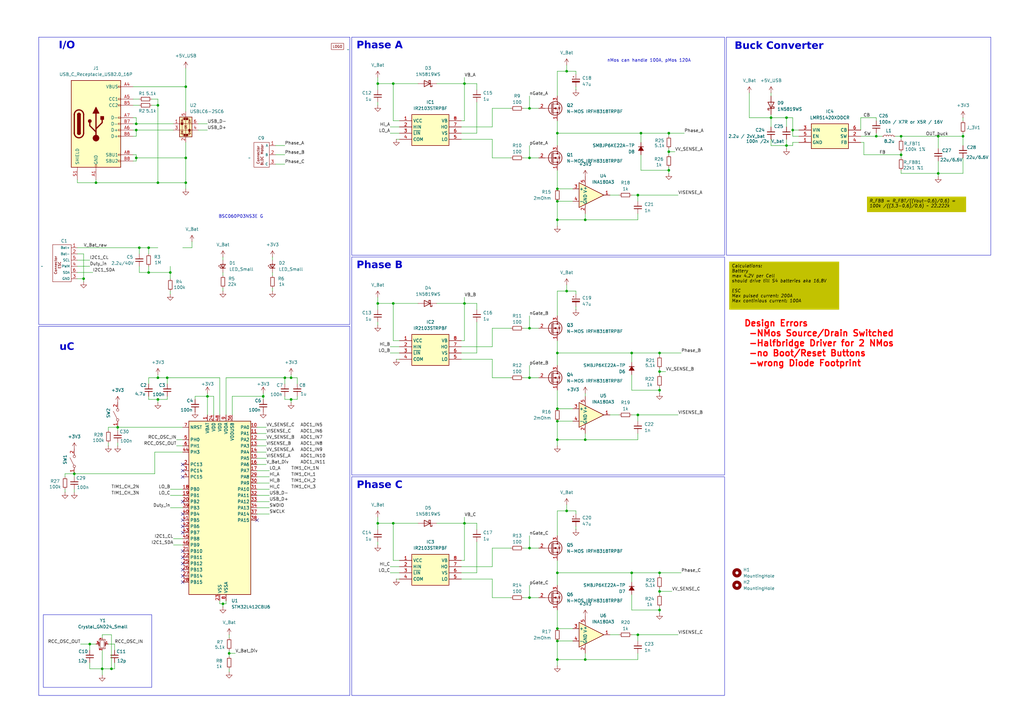
<source format=kicad_sch>
(kicad_sch (version 20250114) (generator "eeschema") (generator_version "9.0")
  (paper "A3")
  (rectangle (start 144.272 105.41) (end 297.18 194.818))
  (rectangle (start 297.942 15.24) (end 406.4 104.648))
  (rectangle (start 15.875 133.858) (end 143.51 285.242))
  (rectangle (start 144.272 195.58) (end 297.18 285.242))
  (rectangle (start 144.272 15.24) (end 297.18 104.648))
  (rectangle (start 15.875 15.24) (end 143.51 133.096))
  (rectangle (start 17.78 252.095) (end 62.23 281.94))
  (text "Phase A" (at 155.702 19.558 0) (effects (font (size 3 3))))
  (text "nMos can handle 100A, pMos 120A" (at 266.192 24.892 0) (effects (font (size 1.27 1.27))))
  (text "Design Errors\n -NMos Source/Drain Switched\n -Halfbridge Driver for 2 NMos\n -no Boot/Reset Buttons\n -wrong Diode Footprint\n\n" (at 305.054 143.002 0) (effects (font (size 2.54 2.54) (thickness 0.508) (bold yes)) (justify left)))
  (text "I/O\n" (at 27.432 19.558 0) (effects (font (size 3 3))))
  (text "Buck Converter" (at 319.532 19.812 0) (effects (font (size 3 3))))
  (text "Phase B" (at 155.702 109.728 0) (effects (font (size 3 3))))
  (text "BSC060P03NS3E G" (at 98.806 88.9 0) (effects (font (size 1.27 1.27))))
  (text "Phase C" (at 155.702 199.898 0) (effects (font (size 3 3))))
  (text "uC" (at 27.432 143.256 0) (effects (font (size 3 3))))
  (text_box "Calculations:\nBattery\nmax 4.2V per Cell\nshould drive till S4 batteries aka 16,8V\n\nESC\nMax pulsed current: 200A\nMax continious current: 100A\n" (at 299.085 107.315 0) (size 45.085 19.685) (margins 0.9524 0.9524 0.9524 0.9524) (stroke (width -0.0001) (color 255 255 0 1)) (fill (type color) (color 194 194 0 1)) (effects (font (size 1.27 1.27) (italic yes)) (justify left top)))
  (text_box "R_FBB = R_FBT/((Vout-0,6)/0,6) = 100k /((3,3-0,6)/0,6) ~ 22.222k" (at 355.6 80.645 0) (size 40.64 6.35) (margins 0.9524 0.9524 0.9524 0.9524) (stroke (width -0.0001) (color 255 255 0 1)) (fill (type color) (color 194 194 0 1)) (effects (font (size 1.27 1.27) (italic yes)) (justify left top)))
  (junction (at 76.2 64.77))
  (junction (at 119.38 163.83))
  (junction (at 228.6 144.78))
  (junction (at 259.08 234.95))
  (junction (at 60.96 111.76))
  (junction (at 154.94 214.63))
  (junction (at 228.6 262.89))
  (junction (at 76.2 74.93))
  (junction (at 262.89 54.61))
  (junction (at 228.6 82.55))
  (junction (at 240.03 270.51))
  (junction (at 161.29 214.63))
  (junction (at 369.57 55.88))
  (junction (at 217.17 245.11))
  (junction (at 384.81 71.12))
  (junction (at 116.84 154.94))
  (junction (at 261.62 80.01))
  (junction (at 384.81 55.88))
  (junction (at 228.6 257.81))
  (junction (at 190.5 124.46))
  (junction (at 228.6 180.34))
  (junction (at 240.03 180.34))
  (junction (at 394.97 55.88))
  (junction (at 270.51 242.57))
  (junction (at 64.77 74.93))
  (junction (at 190.5 214.63))
  (junction (at 91.44 247.65))
  (junction (at 232.41 119.38))
  (junction (at 322.58 48.26))
  (junction (at 325.12 53.34))
  (junction (at 41.91 274.32))
  (junction (at 217.17 224.79))
  (junction (at 274.32 54.61))
  (junction (at 55.88 50.8))
  (junction (at 274.32 62.23))
  (junction (at 270.51 144.78))
  (junction (at 45.72 274.32))
  (junction (at 154.94 34.29))
  (junction (at 217.17 134.62))
  (junction (at 217.17 64.77))
  (junction (at 39.37 74.93))
  (junction (at 261.62 170.18))
  (junction (at 228.6 54.61))
  (junction (at 64.77 43.18))
  (junction (at 359.41 55.88))
  (junction (at 232.41 29.21))
  (junction (at 228.6 90.17))
  (junction (at 68.58 154.94))
  (junction (at 64.77 163.83))
  (junction (at 259.08 144.78))
  (junction (at 55.88 53.34))
  (junction (at 228.6 77.47))
  (junction (at 161.29 34.29))
  (junction (at 270.51 234.95))
  (junction (at 270.51 160.02))
  (junction (at 119.38 154.94))
  (junction (at 85.09 162.56))
  (junction (at 316.23 48.26))
  (junction (at 69.85 111.76))
  (junction (at 232.41 209.55))
  (junction (at 322.58 59.69))
  (junction (at 36.83 264.16))
  (junction (at 228.6 270.51))
  (junction (at 76.2 35.56))
  (junction (at 228.6 167.64))
  (junction (at 190.5 34.29))
  (junction (at 240.03 90.17))
  (junction (at 270.51 152.4))
  (junction (at 274.32 69.85))
  (junction (at 64.77 154.94))
  (junction (at 48.26 175.26))
  (junction (at 93.98 267.97))
  (junction (at 261.62 260.35))
  (junction (at 270.51 250.19))
  (junction (at 30.48 194.31))
  (junction (at 60.96 101.6))
  (junction (at 161.29 124.46))
  (junction (at 34.29 114.3))
  (junction (at 217.17 44.45))
  (junction (at 55.88 64.77))
  (junction (at 154.94 124.46))
  (junction (at 107.95 162.56))
  (junction (at 369.57 63.5))
  (junction (at 228.6 234.95))
  (junction (at 57.15 101.6))
  (junction (at 228.6 172.72))
  (junction (at 217.17 154.94))
  (no_connect (at 74.93 226.06))
  (no_connect (at 105.41 213.36))
  (no_connect (at 74.93 195.58))
  (no_connect (at 74.93 218.44))
  (no_connect (at 74.93 193.04))
  (no_connect (at 74.93 205.74))
  (no_connect (at 74.93 215.9))
  (no_connect (at 74.93 213.36))
  (no_connect (at 74.93 236.22))
  (no_connect (at 74.93 228.6))
  (no_connect (at 74.93 238.76))
  (no_connect (at 74.93 190.5))
  (no_connect (at 74.93 210.82))
  (no_connect (at 74.93 231.14))
  (no_connect (at 74.93 233.68))
  (wire (pts (xy 107.95 163.83) (xy 107.95 162.56)))
  (wire (pts (xy 201.93 134.62) (xy 209.55 134.62)))
  (wire (pts (xy 161.29 214.63) (xy 171.45 214.63)))
  (wire (pts (xy 270.51 160.02) (xy 270.51 158.75)))
  (wire (pts (xy 54.61 53.34) (xy 55.88 53.34)))
  (wire (pts (xy 109.22 182.88) (xy 105.41 182.88)))
  (wire (pts (xy 195.58 132.08) (xy 195.58 144.78)))
  (wire (pts (xy 109.22 175.26) (xy 105.41 175.26)))
  (wire (pts (xy 354.33 63.5) (xy 354.33 58.42)))
  (wire (pts (xy 36.83 264.16) (xy 39.37 264.16)))
  (wire (pts (xy 250.19 260.35) (xy 254 260.35)))
  (wire (pts (xy 325.12 53.34) (xy 327.66 53.34)))
  (wire (pts (xy 64.77 154.94) (xy 68.58 154.94)))
  (wire (pts (xy 262.89 63.5) (xy 262.89 69.85)))
  (wire (pts (xy 195.58 144.78) (xy 189.23 144.78)))
  (wire (pts (xy 270.51 243.84) (xy 270.51 242.57)))
  (wire (pts (xy 228.6 54.61) (xy 262.89 54.61)))
  (wire (pts (xy 316.23 59.69) (xy 316.23 57.15)))
  (wire (pts (xy 240.03 90.17) (xy 240.03 87.63)))
  (wire (pts (xy 34.29 104.14) (xy 31.75 104.14)))
  (wire (pts (xy 228.6 172.72) (xy 234.95 172.72)))
  (wire (pts (xy 262.89 69.85) (xy 274.32 69.85)))
  (wire (pts (xy 93.98 260.35) (xy 93.98 261.62)))
  (wire (pts (xy 250.19 80.01) (xy 254 80.01)))
  (wire (pts (xy 34.29 115.57) (xy 34.29 114.3)))
  (wire (pts (xy 214.63 154.94) (xy 217.17 154.94)))
  (wire (pts (xy 384.81 72.39) (xy 384.81 71.12)))
  (wire (pts (xy 92.71 154.94) (xy 116.84 154.94)))
  (wire (pts (xy 190.5 124.46) (xy 195.58 124.46)))
  (wire (pts (xy 81.28 53.34) (xy 85.09 53.34)))
  (wire (pts (xy 270.51 242.57) (xy 270.51 241.3)))
  (wire (pts (xy 232.41 29.21) (xy 228.6 29.21)))
  (wire (pts (xy 111.76 119.38) (xy 111.76 118.11)))
  (wire (pts (xy 154.94 34.29) (xy 161.29 34.29)))
  (wire (pts (xy 44.45 175.26) (xy 44.45 176.53)))
  (wire (pts (xy 78.74 101.6) (xy 74.93 101.6)))
  (wire (pts (xy 109.22 185.42) (xy 105.41 185.42)))
  (wire (pts (xy 195.58 127) (xy 195.58 124.46)))
  (wire (pts (xy 217.17 44.45) (xy 220.98 44.45)))
  (wire (pts (xy 228.6 160.02) (xy 228.6 167.64)))
  (wire (pts (xy 240.03 270.51) (xy 240.03 267.97)))
  (wire (pts (xy 60.96 109.22) (xy 60.96 111.76)))
  (wire (pts (xy 195.58 54.61) (xy 189.23 54.61)))
  (wire (pts (xy 359.41 54.61) (xy 359.41 55.88)))
  (wire (pts (xy 91.44 119.38) (xy 91.44 118.11)))
  (wire (pts (xy 307.34 38.1) (xy 307.34 48.26)))
  (wire (pts (xy 273.05 152.4) (xy 270.51 152.4)))
  (wire (pts (xy 154.94 133.35) (xy 154.94 132.08)))
  (wire (pts (xy 85.09 162.56) (xy 85.09 170.18)))
  (wire (pts (xy 45.72 274.32) (xy 46.99 274.32)))
  (wire (pts (xy 270.51 251.46) (xy 270.51 250.19)))
  (wire (pts (xy 394.97 59.69) (xy 394.97 55.88)))
  (wire (pts (xy 57.15 101.6) (xy 57.15 104.14)))
  (wire (pts (xy 161.29 124.46) (xy 161.29 139.7)))
  (wire (pts (xy 26.67 194.31) (xy 26.67 195.58)))
  (wire (pts (xy 201.93 232.41) (xy 201.93 224.79)))
  (wire (pts (xy 116.84 154.94) (xy 119.38 154.94)))
  (wire (pts (xy 201.93 64.77) (xy 209.55 64.77)))
  (wire (pts (xy 217.17 134.62) (xy 220.98 134.62)))
  (wire (pts (xy 259.08 260.35) (xy 261.62 260.35)))
  (wire (pts (xy 261.62 180.34) (xy 240.03 180.34)))
  (wire (pts (xy 259.08 234.95) (xy 270.51 234.95)))
  (wire (pts (xy 325.12 55.88) (xy 325.12 53.34)))
  (wire (pts (xy 190.5 214.63) (xy 190.5 229.87)))
  (wire (pts (xy 228.6 49.53) (xy 228.6 54.61)))
  (wire (pts (xy 240.03 161.29) (xy 240.03 162.56)))
  (wire (pts (xy 93.98 275.59) (xy 93.98 274.32)))
  (wire (pts (xy 54.61 43.18) (xy 57.15 43.18)))
  (wire (pts (xy 64.77 74.93) (xy 39.37 74.93)))
  (wire (pts (xy 55.88 55.88) (xy 54.61 55.88)))
  (wire (pts (xy 95.25 162.56) (xy 107.95 162.56)))
  (wire (pts (xy 30.48 201.93) (xy 30.48 200.66)))
  (wire (pts (xy 190.5 49.53) (xy 189.23 49.53)))
  (wire (pts (xy 154.94 121.92) (xy 154.94 124.46)))
  (wire (pts (xy 55.88 50.8) (xy 54.61 50.8)))
  (wire (pts (xy 228.6 229.87) (xy 228.6 234.95)))
  (wire (pts (xy 232.41 26.67) (xy 232.41 29.21)))
  (wire (pts (xy 259.08 144.78) (xy 270.51 144.78)))
  (wire (pts (xy 228.6 234.95) (xy 228.6 240.03)))
  (wire (pts (xy 38.1 111.76) (xy 31.75 111.76)))
  (wire (pts (xy 201.93 245.11) (xy 209.55 245.11)))
  (wire (pts (xy 228.6 119.38) (xy 228.6 129.54)))
  (wire (pts (xy 394.97 54.61) (xy 394.97 55.88)))
  (wire (pts (xy 116.84 154.94) (xy 116.84 157.48)))
  (wire (pts (xy 64.77 153.67) (xy 64.77 154.94)))
  (wire (pts (xy 72.39 180.34) (xy 74.93 180.34)))
  (wire (pts (xy 261.62 177.8) (xy 261.62 180.34)))
  (wire (pts (xy 236.22 30.48) (xy 236.22 29.21)))
  (wire (pts (xy 189.23 232.41) (xy 201.93 232.41)))
  (wire (pts (xy 160.02 232.41) (xy 163.83 232.41)))
  (wire (pts (xy 110.49 198.12) (xy 105.41 198.12)))
  (wire (pts (xy 91.44 105.41) (xy 91.44 106.68)))
  (wire (pts (xy 232.41 116.84) (xy 232.41 119.38)))
  (wire (pts (xy 195.58 234.95) (xy 189.23 234.95)))
  (wire (pts (xy 154.94 43.18) (xy 154.94 41.91)))
  (wire (pts (xy 261.62 260.35) (xy 261.62 262.89)))
  (wire (pts (xy 190.5 214.63) (xy 195.58 214.63)))
  (wire (pts (xy 161.29 34.29) (xy 171.45 34.29)))
  (wire (pts (xy 369.57 64.77) (xy 369.57 63.5)))
  (wire (pts (xy 270.51 250.19) (xy 270.51 248.92)))
  (wire (pts (xy 92.71 247.65) (xy 91.44 247.65)))
  (wire (pts (xy 195.58 36.83) (xy 195.58 34.29)))
  (wire (pts (xy 154.94 36.83) (xy 154.94 34.29)))
  (wire (pts (xy 39.37 74.93) (xy 31.75 74.93)))
  (wire (pts (xy 214.63 134.62) (xy 217.17 134.62)))
  (wire (pts (xy 160.02 52.07) (xy 163.83 52.07)))
  (wire (pts (xy 179.07 34.29) (xy 190.5 34.29)))
  (wire (pts (xy 109.22 187.96) (xy 105.41 187.96)))
  (wire (pts (xy 60.96 111.76) (xy 69.85 111.76)))
  (wire (pts (xy 80.01 162.56) (xy 85.09 162.56)))
  (wire (pts (xy 369.57 63.5) (xy 369.57 62.23)))
  (wire (pts (xy 228.6 209.55) (xy 228.6 219.71)))
  (wire (pts (xy 262.89 54.61) (xy 262.89 58.42)))
  (wire (pts (xy 232.41 29.21) (xy 236.22 29.21)))
  (wire (pts (xy 261.62 170.18) (xy 261.62 172.72)))
  (wire (pts (xy 189.23 57.15) (xy 201.93 57.15)))
  (wire (pts (xy 64.77 40.64) (xy 64.77 43.18)))
  (wire (pts (xy 228.6 144.78) (xy 259.08 144.78)))
  (wire (pts (xy 262.89 54.61) (xy 274.32 54.61)))
  (wire (pts (xy 270.51 161.29) (xy 270.51 160.02)))
  (wire (pts (xy 64.77 163.83) (xy 60.96 163.83)))
  (wire (pts (xy 110.49 205.74) (xy 105.41 205.74)))
  (wire (pts (xy 236.22 217.17) (xy 236.22 215.9)))
  (wire (pts (xy 64.77 165.1) (xy 64.77 163.83)))
  (wire (pts (xy 161.29 49.53) (xy 163.83 49.53)))
  (wire (pts (xy 228.6 180.34) (xy 240.03 180.34)))
  (wire (pts (xy 270.51 234.95) (xy 279.4 234.95)))
  (wire (pts (xy 36.83 274.32) (xy 41.91 274.32)))
  (wire (pts (xy 41.91 260.35) (xy 45.72 260.35)))
  (wire (pts (xy 236.22 210.82) (xy 236.22 209.55)))
  (wire (pts (xy 232.41 119.38) (xy 228.6 119.38)))
  (wire (pts (xy 322.58 59.69) (xy 325.12 59.69)))
  (wire (pts (xy 275.59 242.57) (xy 270.51 242.57)))
  (wire (pts (xy 322.58 60.96) (xy 322.58 59.69)))
  (wire (pts (xy 110.49 195.58) (xy 105.41 195.58)))
  (wire (pts (xy 161.29 214.63) (xy 161.29 229.87)))
  (wire (pts (xy 228.6 29.21) (xy 228.6 39.37)))
  (wire (pts (xy 201.93 44.45) (xy 209.55 44.45)))
  (wire (pts (xy 105.41 208.28) (xy 110.49 208.28)))
  (wire (pts (xy 46.99 264.16) (xy 46.99 266.7)))
  (wire (pts (xy 54.61 48.26) (xy 55.88 48.26)))
  (wire (pts (xy 232.41 209.55) (xy 228.6 209.55)))
  (wire (pts (xy 111.76 113.03) (xy 111.76 111.76)))
  (wire (pts (xy 232.41 119.38) (xy 236.22 119.38)))
  (wire (pts (xy 119.38 163.83) (xy 121.92 163.83)))
  (wire (pts (xy 76.2 27.94) (xy 76.2 35.56)))
  (wire (pts (xy 322.58 48.26) (xy 322.58 52.07)))
  (wire (pts (xy 110.49 200.66) (xy 105.41 200.66)))
  (wire (pts (xy 161.29 34.29) (xy 161.29 49.53)))
  (wire (pts (xy 179.07 214.63) (xy 190.5 214.63)))
  (wire (pts (xy 34.29 104.14) (xy 34.29 114.3)))
  (wire (pts (xy 34.29 114.3) (xy 31.75 114.3)))
  (wire (pts (xy 48.26 182.88) (xy 48.26 181.61)))
  (wire (pts (xy 91.44 113.03) (xy 91.44 111.76)))
  (wire (pts (xy 81.28 50.8) (xy 85.09 50.8)))
  (wire (pts (xy 55.88 64.77) (xy 55.88 66.04)))
  (wire (pts (xy 85.09 162.56) (xy 87.63 162.56)))
  (wire (pts (xy 160.02 144.78) (xy 163.83 144.78)))
  (wire (pts (xy 228.6 90.17) (xy 240.03 90.17)))
  (wire (pts (xy 33.02 264.16) (xy 36.83 264.16)))
  (wire (pts (xy 109.22 177.8) (xy 105.41 177.8)))
  (wire (pts (xy 384.81 55.88) (xy 394.97 55.88)))
  (wire (pts (xy 214.63 64.77) (xy 217.17 64.77)))
  (wire (pts (xy 232.41 207.01) (xy 232.41 209.55)))
  (wire (pts (xy 189.23 237.49) (xy 201.93 237.49)))
  (wire (pts (xy 160.02 234.95) (xy 163.83 234.95)))
  (wire (pts (xy 217.17 59.69) (xy 217.17 64.77)))
  (wire (pts (xy 190.5 139.7) (xy 189.23 139.7)))
  (wire (pts (xy 195.58 217.17) (xy 195.58 214.63)))
  (wire (pts (xy 261.62 260.35) (xy 278.13 260.35)))
  (wire (pts (xy 71.12 220.98) (xy 74.93 220.98)))
  (wire (pts (xy 44.45 182.88) (xy 44.45 181.61)))
  (wire (pts (xy 110.49 193.04) (xy 105.41 193.04)))
  (wire (pts (xy 359.41 48.26) (xy 359.41 49.53)))
  (wire (pts (xy 62.23 43.18) (xy 64.77 43.18)))
  (wire (pts (xy 55.88 63.5) (xy 55.88 64.77)))
  (wire (pts (xy 105.41 210.82) (xy 110.49 210.82)))
  (wire (pts (xy 214.63 245.11) (xy 217.17 245.11)))
  (wire (pts (xy 384.81 55.88) (xy 384.81 60.96)))
  (wire (pts (xy 121.92 157.48) (xy 121.92 154.94)))
  (wire (pts (xy 322.58 57.15) (xy 322.58 59.69)))
  (wire (pts (xy 60.96 101.6) (xy 64.77 101.6)))
  (wire (pts (xy 57.15 109.22) (xy 57.15 111.76)))
  (wire (pts (xy 236.22 127) (xy 236.22 125.73)))
  (wire (pts (xy 384.81 71.12) (xy 394.97 71.12)))
  (wire (pts (xy 261.62 80.01) (xy 278.13 80.01)))
  (wire (pts (xy 316.23 59.69) (xy 322.58 59.69)))
  (wire (pts (xy 261.62 80.01) (xy 261.62 82.55)))
  (wire (pts (xy 190.5 121.92) (xy 190.5 124.46)))
  (wire (pts (xy 359.41 55.88) (xy 353.06 55.88)))
  (wire (pts (xy 154.94 124.46) (xy 161.29 124.46)))
  (wire (pts (xy 93.98 266.7) (xy 93.98 267.97)))
  (wire (pts (xy 64.77 43.18) (xy 64.77 74.93)))
  (wire (pts (xy 76.2 74.93) (xy 64.77 74.93)))
  (wire (pts (xy 217.17 64.77) (xy 220.98 64.77)))
  (wire (pts (xy 316.23 46.99) (xy 316.23 48.26)))
  (wire (pts (xy 60.96 101.6) (xy 60.96 104.14)))
  (wire (pts (xy 68.58 154.94) (xy 90.17 154.94)))
  (wire (pts (xy 116.84 162.56) (xy 116.84 163.83)))
  (wire (pts (xy 179.07 124.46) (xy 190.5 124.46)))
  (wire (pts (xy 189.23 142.24) (xy 201.93 142.24)))
  (wire (pts (xy 259.08 148.59) (xy 259.08 144.78)))
  (wire (pts (xy 316.23 52.07) (xy 316.23 48.26)))
  (wire (pts (xy 39.37 73.66) (xy 39.37 74.93)))
  (wire (pts (xy 190.5 212.09) (xy 190.5 214.63)))
  (wire (pts (xy 270.51 146.05) (xy 270.51 144.78)))
  (wire (pts (xy 228.6 144.78) (xy 228.6 149.86)))
  (wire (pts (xy 55.88 48.26) (xy 55.88 50.8)))
  (wire (pts (xy 250.19 170.18) (xy 254 170.18)))
  (wire (pts (xy 201.93 154.94) (xy 209.55 154.94)))
  (wire (pts (xy 36.83 274.32) (xy 36.83 271.78)))
  (wire (pts (xy 44.45 264.16) (xy 46.99 264.16)))
  (wire (pts (xy 160.02 54.61) (xy 163.83 54.61)))
  (wire (pts (xy 228.6 234.95) (xy 259.08 234.95)))
  (wire (pts (xy 369.57 57.15) (xy 369.57 55.88)))
  (wire (pts (xy 111.76 105.41) (xy 111.76 106.68)))
  (wire (pts (xy 30.48 195.58) (xy 30.48 194.31)))
  (wire (pts (xy 45.72 260.35) (xy 45.72 274.32)))
  (wire (pts (xy 214.63 44.45) (xy 217.17 44.45)))
  (wire (pts (xy 189.23 147.32) (xy 201.93 147.32)))
  (wire (pts (xy 119.38 153.67) (xy 119.38 154.94)))
  (wire (pts (xy 217.17 129.54) (xy 217.17 134.62)))
  (wire (pts (xy 91.44 247.65) (xy 90.17 247.65)))
  (wire (pts (xy 228.6 180.34) (xy 228.6 172.72)))
  (wire (pts (xy 92.71 170.18) (xy 92.71 154.94)))
  (wire (pts (xy 217.17 149.86) (xy 217.17 154.94)))
  (wire (pts (xy 195.58 222.25) (xy 195.58 234.95)))
  (wire (pts (xy 69.85 203.2) (xy 74.93 203.2)))
  (wire (pts (xy 354.33 63.5) (xy 369.57 63.5)))
  (wire (pts (xy 31.75 101.6) (xy 57.15 101.6)))
  (wire (pts (xy 162.56 57.15) (xy 163.83 57.15)))
  (wire (pts (xy 48.26 175.26) (xy 74.93 175.26)))
  (wire (pts (xy 107.95 162.56) (xy 107.95 161.29)))
  (wire (pts (xy 71.12 223.52) (xy 74.93 223.52)))
  (wire (pts (xy 316.23 38.1) (xy 316.23 39.37)))
  (wire (pts (xy 240.03 180.34) (xy 240.03 177.8)))
  (wire (pts (xy 394.97 71.12) (xy 394.97 64.77)))
  (wire (pts (xy 261.62 90.17) (xy 240.03 90.17)))
  (wire (pts (xy 44.45 175.26) (xy 48.26 175.26)))
  (wire (pts (xy 190.5 124.46) (xy 190.5 139.7)))
  (wire (pts (xy 270.51 144.78) (xy 279.4 144.78)))
  (wire (pts (xy 228.6 270.51) (xy 240.03 270.51)))
  (wire (pts (xy 228.6 250.19) (xy 228.6 257.81)))
  (wire (pts (xy 72.39 182.88) (xy 74.93 182.88)))
  (wire (pts (xy 68.58 157.48) (xy 68.58 154.94)))
  (wire (pts (xy 259.08 243.84) (xy 259.08 250.19)))
  (wire (pts (xy 261.62 87.63) (xy 261.62 90.17)))
  (wire (pts (xy 41.91 274.32) (xy 45.72 274.32)))
  (wire (pts (xy 161.29 139.7) (xy 163.83 139.7)))
  (wire (pts (xy 201.93 224.79) (xy 209.55 224.79)))
  (wire (pts (xy 274.32 54.61) (xy 280.67 54.61)))
  (wire (pts (xy 190.5 31.75) (xy 190.5 34.29)))
  (wire (pts (xy 274.32 71.12) (xy 274.32 69.85)))
  (wire (pts (xy 261.62 267.97) (xy 261.62 270.51)))
  (wire (pts (xy 325.12 59.69) (xy 325.12 58.42)))
  (wire (pts (xy 60.96 163.83) (xy 60.96 162.56)))
  (wire (pts (xy 121.92 163.83) (xy 121.92 162.56)))
  (wire (pts (xy 57.15 111.76) (xy 60.96 111.76)))
  (wire (pts (xy 30.48 194.31) (xy 63.5 194.31)))
  (wire (pts (xy 91.44 247.65) (xy 91.44 248.92)))
  (wire (pts (xy 228.6 273.05) (xy 228.6 270.51)))
  (wire (pts (xy 154.94 214.63) (xy 161.29 214.63)))
  (wire (pts (xy 113.03 59.69) (xy 116.84 59.69)))
  (wire (pts (xy 190.5 229.87) (xy 189.23 229.87)))
  (wire (pts (xy 36.83 109.22) (xy 31.75 109.22)))
  (wire (pts (xy 228.6 257.81) (xy 234.95 257.81)))
  (wire (pts (xy 322.58 48.26) (xy 325.12 48.26)))
  (wire (pts (xy 316.23 48.26) (xy 322.58 48.26)))
  (wire (pts (xy 189.23 52.07) (xy 201.93 52.07)))
  (wire (pts (xy 85.09 161.29) (xy 85.09 162.56)))
  (wire (pts (xy 116.84 163.83) (xy 119.38 163.83)))
  (wire (pts (xy 26.67 194.31) (xy 30.48 194.31)))
  (wire (pts (xy 162.56 237.49) (xy 163.83 237.49)))
  (wire (pts (xy 69.85 111.76) (xy 69.85 114.3)))
  (wire (pts (xy 154.94 212.09) (xy 154.94 214.63)))
  (wire (pts (xy 201.93 52.07) (xy 201.93 44.45)))
  (wire (pts (xy 369.57 55.88) (xy 367.03 55.88)))
  (wire (pts (xy 54.61 35.56) (xy 76.2 35.56)))
  (wire (pts (xy 259.08 250.19) (xy 270.51 250.19)))
  (wire (pts (xy 69.85 208.28) (xy 74.93 208.28)))
  (wire (pts (xy 228.6 82.55) (xy 234.95 82.55)))
  (wire (pts (xy 228.6 182.88) (xy 228.6 180.34)))
  (wire (pts (xy 274.32 62.23) (xy 274.32 60.96)))
  (wire (pts (xy 48.26 176.53) (xy 48.26 175.26)))
  (wire (pts (xy 259.08 80.01) (xy 261.62 80.01)))
  (wire (pts (xy 228.6 262.89) (xy 234.95 262.89)))
  (wire (pts (xy 80.01 163.83) (xy 80.01 162.56)))
  (wire (pts (xy 76.2 64.77) (xy 76.2 58.42)))
  (wire (pts (xy 259.08 234.95) (xy 259.08 238.76)))
  (wire (pts (xy 55.88 53.34) (xy 55.88 55.88)))
  (wire (pts (xy 369.57 55.88) (xy 384.81 55.88)))
  (wire (pts (xy 54.61 63.5) (xy 55.88 63.5)))
  (wire (pts (xy 201.93 147.32) (xy 201.93 154.94)))
  (wire (pts (xy 160.02 142.24) (xy 163.83 142.24)))
  (wire (pts (xy 359.41 55.88) (xy 361.95 55.88)))
  (wire (pts (xy 119.38 163.83) (xy 119.38 165.1)))
  (wire (pts (xy 217.17 154.94) (xy 220.98 154.94)))
  (wire (pts (xy 232.41 209.55) (xy 236.22 209.55)))
  (wire (pts (xy 109.22 180.34) (xy 105.41 180.34)))
  (wire (pts (xy 228.6 139.7) (xy 228.6 144.78)))
  (wire (pts (xy 259.08 160.02) (xy 270.51 160.02)))
  (wire (pts (xy 274.32 69.85) (xy 274.32 68.58)))
  (wire (pts (xy 154.94 127) (xy 154.94 124.46)))
  (wire (pts (xy 31.75 74.93) (xy 31.75 73.66)))
  (wire (pts (xy 60.96 154.94) (xy 64.77 154.94)))
  (wire (pts (xy 113.03 63.5) (xy 116.84 63.5)))
  (wire (pts (xy 41.91 274.32) (xy 41.91 276.86)))
  (wire (pts (xy 92.71 247.65) (xy 92.71 246.38)))
  (wire (pts (xy 228.6 92.71) (xy 228.6 90.17)))
  (wire (pts (xy 69.85 200.66) (xy 74.93 200.66)))
  (wire (pts (xy 68.58 163.83) (xy 68.58 162.56)))
  (wire (pts (xy 274.32 63.5) (xy 274.32 62.23)))
  (wire (pts (xy 228.6 69.85) (xy 228.6 77.47)))
  (wire (pts (xy 69.85 119.38) (xy 69.85 120.65)))
  (wire (pts (xy 109.22 190.5) (xy 105.41 190.5)))
  (wire (pts (xy 228.6 54.61) (xy 228.6 59.69)))
  (wire (pts (xy 353.06 48.26) (xy 359.41 48.26)))
  (wire (pts (xy 228.6 90.17) (xy 228.6 82.55)))
  (wire (pts (xy 105.41 203.2) (xy 110.49 203.2)))
  (wire (pts (xy 154.94 31.75) (xy 154.94 34.29)))
  (wire (pts (xy 90.17 247.65) (xy 90.17 246.38)))
  (wire (pts (xy 201.93 237.49) (xy 201.93 245.11)))
  (wire (pts (xy 154.94 223.52) (xy 154.94 222.25)))
  (wire (pts (xy 195.58 41.91) (xy 195.58 54.61)))
  (wire (pts (xy 270.51 152.4) (xy 270.51 151.13)))
  (wire (pts (xy 190.5 34.29) (xy 195.58 34.29)))
  (wire (pts (xy 78.74 99.06) (xy 78.74 101.6)))
  (wire (pts (xy 354.33 58.42) (xy 353.06 58.42)))
  (wire (pts (xy 96.52 267.97) (xy 93.98 267.97)))
  (wire (pts (xy 228.6 270.51) (xy 228.6 262.89)))
  (wire (pts (xy 201.93 57.15) (xy 201.93 64.77)))
  (wire (pts (xy 57.15 40.64) (xy 54.61 40.64)))
  (wire (pts (xy 261.62 170.18) (xy 278.13 170.18)))
  (wire (pts (xy 307.34 48.26) (xy 316.23 48.26)))
  (wire (pts (xy 236.22 36.83) (xy 236.22 35.56)))
  (wire (pts (xy 325.12 58.42) (xy 327.66 58.42)))
  (wire (pts (xy 270.51 236.22) (xy 270.51 234.95)))
  (wire (pts (xy 41.91 266.7) (xy 41.91 274.32)))
  (wire (pts (xy 64.77 163.83) (xy 68.58 163.83)))
  (wire (pts (xy 259.08 153.67) (xy 259.08 160.02)))
  (wire (pts (xy 261.62 270.51) (xy 240.03 270.51)))
  (wire (pts (xy 217.17 224.79) (xy 220.98 224.79)))
  (wire (pts (xy 228.6 77.47) (xy 234.95 77.47)))
  (wire (pts (xy 26.67 201.93) (xy 26.67 200.66)))
  (wire (pts (xy 162.56 147.32) (xy 163.83 147.32)))
  (wire (pts (xy 325.12 48.26) (xy 325.12 53.34)))
  (wire (pts (xy 55.88 64.77) (xy 76.2 64.77)))
  (wire (pts (xy 90.17 154.94) (xy 90.17 170.18)))
  (wire (pts (xy 55.88 66.04) (xy 54.61 66.04)))
  (wire (pts (xy 214.63 224.79) (xy 217.17 224.79)))
  (wire (pts (xy 93.98 267.97) (xy 93.98 269.24)))
  (wire (pts (xy 276.86 62.23) (xy 274.32 62.23)))
  (wire (pts (xy 69.85 109.22) (xy 69.85 111.76)))
  (wire (pts (xy 154.94 217.17) (xy 154.94 214.63)))
  (wire (pts (xy 60.96 157.48) (xy 60.96 154.94)))
  (wire (pts (xy 113.03 67.31) (xy 116.84 67.31)))
  (wire (pts (xy 270.51 153.67) (xy 270.51 152.4)))
  (wire (pts (xy 217.17 240.03) (xy 217.17 245.11)))
  (wire (pts (xy 217.17 219.71) (xy 217.17 224.79)))
  (wire (pts (xy 369.57 71.12) (xy 384.81 71.12)))
  (wire (pts (xy 217.17 39.37) (xy 217.17 44.45)))
  (wire (pts (xy 190.5 34.29) (xy 190.5 49.53)))
  (wire (pts (xy 87.63 162.56) (xy 87.63 170.18)))
  (wire (pts (xy 394.97 48.26) (xy 394.97 49.53)))
  (wire (pts (xy 57.15 101.6) (xy 60.96 101.6)))
  (wire (pts (xy 55.88 53.34) (xy 71.12 53.34)))
  (wire (pts (xy 36.83 106.68) (xy 31.75 106.68)))
  (wire (pts (xy 274.32 54.61) (xy 274.32 55.88)))
  (wire (pts (xy 369.57 71.12) (xy 369.57 69.85)))
  (wire (pts (xy 36.83 264.16) (xy 36.83 266.7)))
  (wire (pts (xy 353.06 53.34) (xy 353.06 48.26)))
  (wire (pts (xy 327.66 55.88) (xy 325.12 55.88)))
  (wire (pts (xy 62.23 40.64) (xy 64.77 40.64)))
  (wire (pts (xy 95.25 162.56) (xy 95.25 170.18)))
  (wire (pts (xy 384.81 66.04) (xy 384.81 71.12)))
  (wire (pts (xy 63.5 185.42) (xy 74.93 185.42)))
  (wire (pts (xy 63.5 194.31) (xy 63.5 185.42)))
  (wire (pts (xy 41.91 261.62) (xy 41.91 260.35)))
  (wire (pts (xy 228.6 167.64) (xy 234.95 167.64)))
  (wire (pts (xy 259.08 170.18) (xy 261.62 170.18)))
  (wire (pts (xy 46.99 274.32) (xy 46.99 271.78)))
  (wire (pts (xy 161.29 124.46) (xy 171.45 124.46)))
  (wire (pts (xy 236.22 120.65) (xy 236.22 119.38)))
  (wire (pts (xy 119.38 154.94) (xy 121.92 154.94)))
  (wire (pts (xy 76.2 77.47) (xy 76.2 74.93)))
  (wire (pts (xy 71.12 50.8) (xy 55.88 50.8)))
  (wire (pts (xy 76.2 35.56) (xy 76.2 45.72)))
  (wire (pts (xy 217.17 245.11) (xy 220.98 245.11)))
  (wire (pts (xy 201.93 142.24) (xy 201.93 134.62)))
  (wire (pts (xy 76.2 74.93) (xy 76.2 64.77)))
  (wire (pts (xy 161.29 229.87) (xy 163.83 229.87)))
  (label "RCC_OSC_OUT" (at 72.39 182.88 180))
  (label "TIM1_CH_1N" (at 119.38 193.04 0))
  (label "ADC1_IN9" (at 123.19 185.42 0))
  (label "LO_A" (at 160.02 54.61 180))
  (label "V_Bat_Div" (at 96.52 267.97 0))
  (label "VISENSE_C" (at 109.22 177.8 0))
  (label "SWDIO" (at 110.49 208.28 0))
  (label "RCC_OSC_IN" (at 46.99 264.16 0))
  (label "VB_C" (at 190.5 212.09 0))
  (label "VV_SENSE_C" (at 109.22 175.26 0))
  (label "VV_SENSE_A" (at 276.86 62.23 0))
  (label "I2C1_SDA" (at 38.1 111.76 0))
  (label "pGate_A" (at 217.17 59.69 0))
  (label "Duty_in" (at 69.85 208.28 180))
  (label "Hi_B" (at 160.02 142.24 180))
  (label "nGate_A" (at 217.17 39.37 0))
  (label "Phase_C" (at 279.4 234.95 0))
  (label "OUT_buck" (at 379.73 55.88 0))
  (label "ADC1_IN7" (at 123.19 180.34 0))
  (label "LO_B" (at 160.02 144.78 180))
  (label "pGate_B" (at 217.17 149.86 0))
  (label "ADC1_IN10" (at 123.19 187.96 0))
  (label "ADC1_IN8" (at 123.19 182.88 0))
  (label "VV_SENSE_B" (at 109.22 180.34 0))
  (label "I2C1_CL" (at 36.83 106.68 0))
  (label "Phase_C" (at 116.84 67.31 0))
  (label "Phase_A" (at 116.84 59.69 0))
  (label "I2C1_SDA" (at 71.12 223.52 180))
  (label "Hi_A" (at 110.49 195.58 0))
  (label "USB_D+" (at 85.09 53.34 0))
  (label "VB_A" (at 190.5 31.75 0))
  (label "VV_SENSE_C" (at 275.59 242.57 0))
  (label "Hi_A" (at 160.02 52.07 180))
  (label "LO_C" (at 69.85 203.2 180))
  (label "VISENSE_C" (at 278.13 260.35 0))
  (label "ADC1_IN6" (at 123.19 177.8 0))
  (label "USB_D-" (at 85.09 50.8 0))
  (label "VV_SENSE_B" (at 273.05 152.4 0))
  (label "SW" (at 354.33 55.88 0))
  (label "V_Bat_Div" (at 109.22 190.5 0))
  (label "TIM1_CH_2" (at 119.38 198.12 0))
  (label "RCC_OSC_OUT" (at 33.02 264.16 180))
  (label "V_Bat_raw" (at 34.29 101.6 0))
  (label "I2C1_CL" (at 71.12 220.98 180))
  (label "USB_D-" (at 110.49 203.2 0))
  (label "Hi_B" (at 110.49 198.12 0))
  (label "TIM1_CH_3" (at 119.38 200.66 0))
  (label "TIM1_CH_1" (at 119.38 195.58 0))
  (label "Phase_B" (at 116.84 63.5 0))
  (label "RCC_OSC_IN" (at 72.39 180.34 180))
  (label "nGate_B" (at 217.17 129.54 0))
  (label "LO_C" (at 160.02 234.95 180))
  (label "LO_B" (at 69.85 200.66 180))
  (label "TIM1_CH_2N" (at 57.15 200.66 180))
  (label "ADC1_IN5" (at 123.19 175.26 0))
  (label "TIM1_CH_3N" (at 57.15 203.2 180))
  (label "pGate_C" (at 217.17 240.03 0))
  (label "Phase_B" (at 279.4 144.78 0))
  (label "LO_A" (at 110.49 193.04 0))
  (label "HI_C" (at 110.49 200.66 0))
  (label "VISENSE_B" (at 278.13 170.18 0))
  (label "VISENSE_A" (at 278.13 80.01 0))
  (label "SWCLK" (at 110.49 210.82 0))
  (label "VV_SENSE_A" (at 109.22 185.42 0))
  (label "VISENSE_A" (at 109.22 187.96 0))
  (label "CB" (at 354.0955 48.26 0))
  (label "ADC1_IN11" (at 123.19 190.5 0))
  (label "HI_C" (at 160.02 232.41 180))
  (label "Duty_in" (at 36.83 109.22 0))
  (label "VB_B" (at 190.5 121.92 0))
  (label "Phase_A" (at 280.67 54.61 0))
  (label "FB" (at 360.68 63.5 0))
  (label "USB_D+" (at 110.49 205.74 0))
  (label "VISENSE_B" (at 109.22 182.88 0))
  (label "nGate_C" (at 217.17 219.71 0))
  (symbol (lib_id "Device:R_Small") (at 256.54 260.35 270) (unit 1)
    (property "Reference" "R20" (at 256.54 255.27 90))
    (property "Value" "1k" (at 256.54 257.81 90))
    (property "Footprint" "Resistor_SMD:R_0603_1608Metric" (effects (hide yes)))
    (property "Description" "Resistor, small symbol" (effects (hide yes)))
  )
  (symbol (lib_id "power:+6V") (at 91.44 105.41 0) (unit 1)
    (property "Reference" "#PWR0142" (effects (hide yes)))
    (property "Value" "V_Bat" (at 91.44 100.33 0))
    (property "Description" "Power symbol creates a global label with name \"+6V\"" (effects (hide yes)))
  )
  (symbol (lib_id "power:GND") (at 41.91 276.86 0) (unit 1)
    (property "Reference" "#PWR0131" (effects (hide yes)))
    (property "Value" "GND" (effects (hide yes)))
    (property "Description" "Power symbol creates a global label with name \"GND\" , ground" (effects (hide yes)))
  )
  (symbol (lib_id "power:GND") (at 162.56 237.49 0) (unit 1)
    (property "Reference" "#PWR0101" (effects (hide yes)))
    (property "Value" "GND" (effects (hide yes)))
    (property "Description" "Power symbol creates a global label with name \"GND\" , ground" (effects (hide yes)))
  )
  (symbol (lib_id "power:GND") (at 154.94 43.18 0) (unit 1)
    (property "Reference" "#PWR0128" (effects (hide yes)))
    (property "Value" "GND" (effects (hide yes)))
    (property "Description" "Power symbol creates a global label with name \"GND\" , ground" (effects (hide yes)))
  )
  (symbol (lib_id "Device:C_Small") (at 154.94 39.37 0) (mirror x) (unit 1)
    (property "Reference" "C12" (at 152.4 38.0935 0) (effects (justify right)))
    (property "Value" "1u" (at 152.4 40.6335 0) (effects (justify right)))
    (property "Footprint" "Capacitor_SMD:C_0603_1608Metric" (effects (hide yes)))
    (property "Description" "Unpolarized capacitor, small symbol" (effects (hide yes)))
  )
  (symbol (lib_id "power:+3V3") (at 111.76 105.41 0) (unit 1)
    (property "Reference" "#PWR0146" (effects (hide yes)))
    (property "Value" "+3V3" (at 111.76 100.33 0))
    (property "Description" "Power symbol creates a global label with name \"+3V3\"" (effects (hide yes)))
  )
  (symbol (lib_id "Device:R_Small") (at 256.54 170.18 270) (unit 1)
    (property "Reference" "R19" (at 256.54 165.1 90))
    (property "Value" "1k" (at 256.54 167.64 90))
    (property "Footprint" "Resistor_SMD:R_0603_1608Metric" (effects (hide yes)))
    (property "Description" "Resistor, small symbol" (effects (hide yes)))
  )
  (symbol (lib_id "Device:LED_Small") (at 91.44 109.22 90) (unit 1)
    (property "Reference" "D1" (at 93.98 107.8864 90) (effects (justify right)))
    (property "Value" "LED_Small" (at 93.98 110.4264 90) (effects (justify right)))
    (property "Footprint" "LED_SMD:LED_0603_1608Metric" (effects (hide yes)))
    (property "Description" "Light emitting diode, small symbol" (effects (hide yes)))
  )
  (symbol (lib_id "ESC_Library:LMR51420XDDCR") (at 327.66 53.34 0) (unit 1)
    (property "Reference" "IC4" (at 340.36 45.72 0))
    (property "Value" "LMR51420XDDCR" (at 340.36 48.26 0))
    (property "Footprint" "SOT95P280X110-6N" (effects (hide yes)))
    (property "Datasheet" "https://www.ti.com/lit/ds/symlink/lmr51420.pdf?ts=1663231243064" (effects (hide yes)))
    (property "Description" "Switching Voltage Regulators SIMPLE SWITCHER power converter 4.5-V to 36-V, 2-A, synchronous buck with 40-uA IQ" (effects (hide yes)))
    (property "Height" "1.1" (effects (hide yes)))
    (property "Mouser Part Number" "595-LMR51420XDDCR" (effects (hide yes)))
    (property "Mouser Price/Stock" "https://www.mouser.co.uk/ProductDetail/Texas-Instruments/LMR51420XDDCR?qs=vvQtp7zwQdN6fBqQU4azxw%3D%3D" (effects (hide yes)))
    (property "Manufacturer_Name" "Texas Instruments" (effects (hide yes)))
    (property "Manufacturer_Part_Number" "LMR51420XDDCR" (effects (hide yes)))
  )
  (symbol (lib_id "Device:R_Small") (at 256.54 80.01 270) (unit 1)
    (property "Reference" "R18" (at 256.54 74.93 90))
    (property "Value" "1k" (at 256.54 77.47 90))
    (property "Footprint" "Resistor_SMD:R_0603_1608Metric" (effects (hide yes)))
    (property "Description" "Resistor, small symbol" (effects (hide yes)))
  )
  (symbol (lib_id "Device:C_Small") (at 36.83 269.24 0) (mirror x) (unit 1)
    (property "Reference" "C10" (at 36.068 267.208 0) (effects (justify right)))
    (property "Value" "12p" (at 35.814 271.018 0) (effects (justify right)))
    (property "Footprint" "Capacitor_SMD:C_0402_1005Metric" (effects (hide yes)))
    (property "Description" "Unpolarized capacitor, small symbol" (effects (hide yes)))
  )
  (symbol (lib_id "power:GND") (at 236.22 217.17 0) (mirror y) (unit 1)
    (property "Reference" "#PWR0108" (effects (hide yes)))
    (property "Value" "GND" (effects (hide yes)))
    (property "Description" "Power symbol creates a global label with name \"GND\" , ground" (effects (hide yes)))
  )
  (symbol (lib_id "power:+3V3") (at 119.38 153.67 0) (unit 1)
    (property "Reference" "#PWR0136" (effects (hide yes)))
    (property "Value" "+3V3" (at 119.38 148.59 0))
    (property "Description" "Power symbol creates a global label with name \"+3V3\"" (effects (hide yes)))
  )
  (symbol (lib_id "Diode:1N5819WS") (at 175.26 214.63 180) (unit 1)
    (property "Reference" "D5" (at 175.5775 208.28 0))
    (property "Value" "1N5819WS" (at 175.5775 210.82 0))
    (property "Footprint" "Diode_SMD:D_SOD-323" (effects (hide yes)))
    (property "Datasheet" "https://datasheet.lcsc.com/lcsc/2204281430_Guangdong-Hottech-1N5819WS_C191023.pdf" (effects (hide yes)))
    (property "Description" "40V 600mV@1A 1A SOD-323 Schottky Barrier Diodes, SOD-323" (effects (hide yes)))
  )
  (symbol (lib_id "Device:C_Small") (at 121.92 160.02 180) (unit 1)
    (property "Reference" "C8" (at 122.682 157.988 0) (effects (justify right)))
    (property "Value" "1u" (at 123.19 161.544 0) (effects (justify right)))
    (property "Footprint" "Capacitor_SMD:C_0603_1608Metric" (effects (hide yes)))
    (property "Description" "Unpolarized capacitor, small symbol" (effects (hide yes)))
  )
  (symbol (lib_id "Device:R_Small") (at 26.67 198.12 180) (unit 1)
    (property "Reference" "R27" (at 22.606 197.358 0))
    (property "Value" "100k" (at 22.606 199.644 0))
    (property "Footprint" "Resistor_SMD:R_0603_1608Metric" (effects (hide yes)))
    (property "Description" "Resistor, small symbol" (effects (hide yes)))
  )
  (symbol (lib_id "Mechanical:MountingHole") (at 302.26 240.03 0) (unit 1) (exclude_from_sim yes) (in_bom no)
    (property "Reference" "H2" (at 304.8 238.7599 0) (effects (justify left)))
    (property "Value" "MountingHole" (at 304.8 241.2999 0) (effects (justify left)))
    (property "Footprint" "MountingHole:MountingHole_2.2mm_M2" (effects (hide yes)))
    (property "Description" "Mounting Hole without connection" (effects (hide yes)))
  )
  (symbol (lib_id "power:GND") (at 34.29 115.57 0) (unit 1)
    (property "Reference" "#PWR0150" (effects (hide yes)))
    (property "Value" "GND" (effects (hide yes)))
    (property "Description" "Power symbol creates a global label with name \"GND\" , ground" (effects (hide yes)))
  )
  (symbol (lib_id "ESC_Library:IR2103STRPBF") (at 163.83 49.53 0) (unit 1)
    (property "Reference" "IC1" (at 176.53 41.91 0))
    (property "Value" "IR2103STRPBF" (at 176.53 44.45 0))
    (property "Footprint" "SOIC127P600X175-8N" (effects (hide yes)))
    (property "Datasheet" "https://www.infineon.com/cms/en/product/power/gate-driver-ics/?" (effects (hide yes)))
    (property "Description" "Gate Drivers Half Bridge Driver 520ns" (effects (hide yes)))
    (property "Height" "1.75" (effects (hide yes)))
    (property "Mouser Part Number" "942-IR2103STRPBF" (effects (hide yes)))
    (property "Mouser Price/Stock" "https://www.mouser.co.uk/ProductDetail/Infineon-Technologies/IR2103STRPBF?qs=2r01AXMCG3MUNnnJnNllYQ%3D%3D" (effects (hide yes)))
    (property "Manufacturer_Name" "Infineon" (effects (hide yes)))
    (property "Manufacturer_Part_Number" "IR2103STRPBF" (effects (hide yes)))
  )
  (symbol (lib_id "Mechanical:MountingHole") (at 302.26 234.95 0) (unit 1) (exclude_from_sim yes) (in_bom no)
    (property "Reference" "H1" (at 304.8 233.6799 0) (effects (justify left)))
    (property "Value" "MountingHole" (at 304.8 236.2199 0) (effects (justify left)))
    (property "Footprint" "MountingHole:MountingHole_2.2mm_M2_DIN965_Pad" (effects (hide yes)))
    (property "Description" "Mounting Hole without connection" (effects (hide yes)))
  )
  (symbol (lib_id "power:GND") (at 228.6 273.05 0) (unit 1)
    (property "Reference" "#PWR0107" (effects (hide yes)))
    (property "Value" "GND" (effects (hide yes)))
    (property "Description" "Power symbol creates a global label with name \"GND\" , ground" (effects (hide yes)))
  )
  (symbol (lib_id "power:GND") (at 162.56 147.32 0) (unit 1)
    (property "Reference" "#PWR0113" (effects (hide yes)))
    (property "Value" "GND" (effects (hide yes)))
    (property "Description" "Power symbol creates a global label with name \"GND\" , ground" (effects (hide yes)))
  )
  (symbol (lib_id "Device:R_Small") (at 228.6 170.18 0) (unit 1)
    (property "Reference" "R16" (at 226.06 168.9099 0) (effects (justify right)))
    (property "Value" "2mOhm" (at 226.06 171.4499 0) (effects (justify right)))
    (property "Footprint" "Resistor_SMD:R_2512_6332Metric" (effects (hide yes)))
    (property "Description" "Resistor, small symbol" (effects (hide yes)))
    (property " Mouser-Nr.: " "603-PA2512FKM7W0R002 " (effects (hide yes)))
  )
  (symbol (lib_id "Device:C_Small") (at 394.97 62.23 180) (unit 1)
    (property "Reference" "C28" (at 396.494 60.452 0) (effects (justify right)))
    (property "Value" "22u/6.6V" (at 396.24 64.516 0) (effects (justify right)))
    (property "Footprint" "Capacitor_SMD:C_0603_1608Metric" (effects (hide yes)))
    (property "Description" "Unpolarized capacitor, small symbol" (effects (hide yes)))
  )
  (symbol (lib_id "Device:C_Small") (at 261.62 265.43 180) (unit 1)
    (property "Reference" "C23" (at 264.2761 264.1535 0) (effects (justify right)))
    (property "Value" "1n" (at 264.2761 266.6935 0) (effects (justify right)))
    (property "Footprint" "Capacitor_SMD:C_0603_1608Metric" (effects (hide yes)))
    (property "Description" "Unpolarized capacitor, small symbol" (effects (hide yes)))
  )
  (symbol (lib_id "Device:R_Small") (at 212.09 245.11 90) (unit 1)
    (property "Reference" "R14" (at 212.09 240.03 90))
    (property "Value" "100" (at 212.09 242.57 90))
    (property "Footprint" "Resistor_SMD:R_0603_1608Metric" (effects (hide yes)))
    (property "Description" "Resistor, small symbol" (effects (hide yes)))
  )
  (symbol (lib_id "Device:L_Small") (at 364.49 55.88 90) (unit 1)
    (property "Reference" "L1" (at 364.49 53.594 90))
    (property "Value" "8.2u" (at 364.744 57.912 90))
    (property "Footprint" "XAL5050822MEC" (effects (hide yes)))
    (property "Description" "Inductor, small symbol" (effects (hide yes)))
    (property "Height" "5.1" (effects (hide yes)))
    (property "Mouser Part Number" "994-XAL5050-822MEC" (effects (hide yes)))
    (property "Mouser Price/Stock" "https://www.mouser.co.uk/ProductDetail/Coilcraft/XAL5050-822MEC?qs=zCSbvcPd3pZDEPpKfFCYbg%3D%3D" (effects (hide yes)))
    (property "Manufacturer_Name" "COILCRAFT" (effects (hide yes)))
    (property "Manufacturer_Part_Number" "XAL5050-822MEC" (effects (hide yes)))
  )
  (symbol (lib_id "power:GND") (at 44.45 182.88 0) (unit 1)
    (property "Reference" "#PWR050" (effects (hide yes)))
    (property "Value" "GND" (effects (hide yes)))
    (property "Description" "Power symbol creates a global label with name \"GND\" , ground" (effects (hide yes)))
  )
  (symbol (lib_id "power:GND") (at 228.6 182.88 0) (unit 1)
    (property "Reference" "#PWR0112" (effects (hide yes)))
    (property "Value" "GND" (effects (hide yes)))
    (property "Description" "Power symbol creates a global label with name \"GND\" , ground" (effects (hide yes)))
  )
  (symbol (lib_id "power:+5V") (at 316.23 38.1 0) (unit 1)
    (property "Reference" "#PWR0120" (effects (hide yes)))
    (property "Value" "+5V_USB" (at 316.23 33.02 0))
    (property "Description" "Power symbol creates a global label with name \"+5V\"" (effects (hide yes)))
  )
  (symbol (lib_id "Device:R_Small") (at 93.98 271.78 180) (unit 1)
    (property "Reference" "R8" (at 89.916 271.018 0))
    (property "Value" "1k" (at 89.916 273.304 0))
    (property "Footprint" "Resistor_SMD:R_0603_1608Metric" (effects (hide yes)))
    (property "Description" "Resistor, small symbol" (effects (hide yes)))
  )
  (symbol (lib_id "Device:D_Small_Filled") (at 259.08 151.13 270) (unit 1)
    (property "Reference" "D6" (at 256.54 152.4001 90) (effects (justify right)))
    (property "Value" "SMBJP6KE22A-TP" (at 256.54 149.8601 90) (effects (justify right)))
    (property "Footprint" "Diode_SMD:D_SMB" (effects (hide yes)))
    (property "Description" "Diode, small symbol, filled shape" (effects (hide yes)))
    (property "Sim.Device" "D" (effects (hide yes)))
    (property "Sim.Pins" "1=K 2=A" (effects (hide yes)))
  )
  (symbol (lib_id "power:GND") (at 64.77 165.1 0) (unit 1)
    (property "Reference" "#PWR0138" (effects (hide yes)))
    (property "Value" "GND" (effects (hide yes)))
    (property "Description" "Power symbol creates a global label with name \"GND\" , ground" (effects (hide yes)))
  )
  (symbol (lib_id "Device:C_Small") (at 154.94 219.71 0) (mirror x) (unit 1)
    (property "Reference" "C14" (at 152.4 218.4335 0) (effects (justify right)))
    (property "Value" "1u" (at 152.4 220.9735 0) (effects (justify right)))
    (property "Footprint" "Capacitor_SMD:C_0603_1608Metric" (effects (hide yes)))
    (property "Description" "Unpolarized capacitor, small symbol" (effects (hide yes)))
  )
  (symbol (lib_id "Device:C_Polarized_Small") (at 236.22 33.02 0) (unit 1)
    (property "Reference" "C18" (at 238.76 32.004 0) (effects (justify left)))
    (property "Value" "47u" (at 238.76 34.544 0) (effects (justify left)))
    (property "Footprint" "CAPAE660X550N" (effects (hide yes)))
    (property "Description" "Polarized capacitor, small symbol" (effects (hide yes)))
    (property "Height" "5.5" (effects (hide yes)))
    (property "Mouser Part Number" "710-865080543009" (effects (hide yes)))
    (property "Mouser Price/Stock" "https://www.mouser.co.uk/ProductDetail/Wurth-Elektronik/865080543009?qs=0KOYDY2FL2%2F%252BYmhMLtEhDQ%3D%3D" (effects (hide yes)))
    (property "Manufacturer_Name" "Wurth Elektronik" (effects (hide yes)))
    (property "Manufacturer_Part_Number" "865080543009" (effects (hide yes)))
  )
  (symbol (lib_id "Device:C_Small") (at 322.58 54.61 0) (mirror x) (unit 1)
    (property "Reference" "C25" (at 321.31 51.816 0) (effects (justify right)))
    (property "Value" "100n /2x V_bat" (at 321.564 57.912 0) (effects (justify right)))
    (property "Footprint" "Capacitor_SMD:C_0402_1005Metric_Pad0.74x0.62mm_HandSolder" (effects (hide yes)))
    (property "Description" "Unpolarized capacitor, small symbol" (effects (hide yes)))
  )
  (symbol (lib_id "Device:C_Small") (at 261.62 85.09 180) (unit 1)
    (property "Reference" "C21" (at 264.2761 83.8135 0) (effects (justify right)))
    (property "Value" "1n" (at 264.2761 86.3535 0) (effects (justify right)))
    (property "Footprint" "Capacitor_SMD:C_0603_1608Metric" (effects (hide yes)))
    (property "Description" "Unpolarized capacitor, small symbol" (effects (hide yes)))
  )
  (symbol (lib_id "power:GND") (at 30.48 201.93 0) (mirror y) (unit 1)
    (property "Reference" "#PWR049" (effects (hide yes)))
    (property "Value" "GND" (effects (hide yes)))
    (property "Description" "Power symbol creates a global label with name \"GND\" , ground" (effects (hide yes)))
  )
  (symbol (lib_id "power:GND") (at 26.67 201.93 0) (unit 1)
    (property "Reference" "#PWR0132" (effects (hide yes)))
    (property "Value" "GND" (effects (hide yes)))
    (property "Description" "Power symbol creates a global label with name \"GND\" , ground" (effects (hide yes)))
  )
  (symbol (lib_id "power:+6V") (at 93.98 260.35 0) (unit 1)
    (property "Reference" "#PWR0135" (effects (hide yes)))
    (property "Value" "V_Bat" (at 93.98 255.27 0))
    (property "Description" "Power symbol creates a global label with name \"+6V\"" (effects (hide yes)))
  )
  (symbol (lib_id "Transistor_FET_Other:Q_NMOS_Depletion_SGD") (at 226.06 224.79 0) (unit 1)
    (property "Reference" "Q5" (at 232.41 223.5199 0) (effects (justify left)))
    (property "Value" "N-MOS IRFH8318TRPBF" (at 232.41 226.0599 0) (effects (justify left)))
    (property "Footprint" "ESC_footrpints:BSC054N04NSGATMA1" (effects (hide yes)))
    (property "Description" "Depletion-mode N-channel MOSFET source/gate/drain" (effects (hide yes)))
  )
  (symbol (lib_id "Device:C_Small") (at 30.48 198.12 180) (unit 1)
    (property "Reference" "C29" (at 31.242 196.088 0) (effects (justify right)))
    (property "Value" "100n" (at 31.496 199.898 0) (effects (justify right)))
    (property "Footprint" "Capacitor_SMD:C_0402_1005Metric" (effects (hide yes)))
    (property "Description" "Unpolarized capacitor, small symbol" (effects (hide yes)))
  )
  (symbol (lib_id "Device:C_Small") (at 46.99 269.24 180) (unit 1)
    (property "Reference" "C11" (at 47.752 267.208 0) (effects (justify right)))
    (property "Value" "12p" (at 48.006 271.018 0) (effects (justify right)))
    (property "Footprint" "Capacitor_SMD:C_0402_1005Metric" (effects (hide yes)))
    (property "Description" "Unpolarized capacitor, small symbol" (effects (hide yes)))
  )
  (symbol (lib_id "Device:C_Small") (at 195.58 129.54 180) (unit 1)
    (property "Reference" "C16" (at 198.12 128.2635 0) (effects (justify right)))
    (property "Value" "1u" (at 198.12 130.8035 0) (effects (justify right)))
    (property "Footprint" "Capacitor_SMD:C_0603_1608Metric" (effects (hide yes)))
    (property "Description" "Unpolarized capacitor, small symbol" (effects (hide yes)))
  )
  (symbol (lib_id "Power_Protection:USBLC6-2SC6") (at 76.2 50.8 0) (unit 1)
    (property "Reference" "U2" (at 77.8511 43.18 0) (effects (justify left)))
    (property "Value" "USBLC6-2SC6" (at 77.8511 45.72 0) (effects (justify left)))
    (property "Footprint" "Package_TO_SOT_SMD:SOT-23-6" (effects (hide yes)))
    (property "Datasheet" "https://www.st.com/resource/en/datasheet/usblc6-2.pdf" (effects (hide yes)))
    (property "Description" "Very low capacitance ESD protection diode, 2 data-line, SOT-23-6" (effects (hide yes)))
  )
  (symbol (lib_id "power:GND") (at 274.32 71.12 0) (unit 1)
    (property "Reference" "#PWR0123" (effects (hide yes)))
    (property "Value" "GND" (effects (hide yes)))
    (property "Description" "Power symbol creates a global label with name \"GND\" , ground" (effects (hide yes)))
  )
  (symbol (lib_id "power:GND") (at 236.22 127 0) (mirror y) (unit 1)
    (property "Reference" "#PWR0106" (effects (hide yes)))
    (property "Value" "GND" (effects (hide yes)))
    (property "Description" "Power symbol creates a global label with name \"GND\" , ground" (effects (hide yes)))
  )
  (symbol (lib_id "power:GND") (at 236.22 36.83 0) (mirror y) (unit 1)
    (property "Reference" "#PWR0125" (effects (hide yes)))
    (property "Value" "GND" (effects (hide yes)))
    (property "Description" "Power symbol creates a global label with name \"GND\" , ground" (effects (hide yes)))
  )
  (symbol (lib_id "ESC_Library:ESC_LOGO") (at 138.43 19.05 0) (unit 1)
    (property "Reference" "U3" (effects (hide yes)))
    (property "Value" "~" (at 142.24 20.32 0) (effects (justify left)))
    (property "Footprint" "ESC_footrpints:ESC_LOGO" (effects (hide yes)))
  )
  (symbol (lib_id "Diode:1N5819WS") (at 316.23 43.18 90) (unit 1)
    (property "Reference" "D9" (at 318.77 42.2274 90) (effects (justify right)))
    (property "Value" "1N5819WS" (at 318.77 44.7674 90) (effects (justify right)))
    (property "Footprint" "Diode_SMD:D_SOD-323" (effects (hide yes)))
    (property "Datasheet" "https://datasheet.lcsc.com/lcsc/2204281430_Guangdong-Hottech-1N5819WS_C191023.pdf" (effects (hide yes)))
    (property "Description" "40V 600mV@1A 1A SOD-323 Schottky Barrier Diodes, SOD-323" (effects (hide yes)))
  )
  (symbol (lib_id "Device:D_Small_Filled") (at 262.89 60.96 270) (unit 1)
    (property "Reference" "D8" (at 260.35 62.2301 90) (effects (justify right)))
    (property "Value" "SMBJP6KE22A-TP" (at 260.35 59.6901 90) (effects (justify right)))
    (property "Footprint" "Diode_SMD:D_SMB" (effects (hide yes)))
    (property "Description" "Diode, small symbol, filled shape" (effects (hide yes)))
    (property "Sim.Device" "D" (effects (hide yes)))
    (property "Sim.Pins" "1=K 2=A" (effects (hide yes)))
  )
  (symbol (lib_id "Device:R_Small") (at 59.69 40.64 90) (unit 1)
    (property "Reference" "R1" (at 58.166 38.354 90))
    (property "Value" "5.1k" (at 61.976 38.354 90))
    (property "Footprint" "Resistor_SMD:R_0603_1608Metric" (effects (hide yes)))
    (property "Description" "Resistor, small symbol" (effects (hide yes)))
  )
  (symbol (lib_id "power:GND") (at 80.01 168.91 0) (unit 1)
    (property "Reference" "#PWR0130" (effects (hide yes)))
    (property "Value" "GND" (effects (hide yes)))
    (property "Description" "Power symbol creates a global label with name \"GND\" , ground" (effects (hide yes)))
  )
  (symbol (lib_id "Transistor_FET_Other:Q_NMOS_Depletion_SGD") (at 226.06 64.77 0) (unit 1)
    (property "Reference" "Q1" (at 232.41 63.4999 0) (effects (justify left)))
    (property "Value" "N-MOS IRFH8318TRPBF" (at 232.41 66.0399 0) (effects (justify left)))
    (property "Footprint" "ESC_footrpints:BSC054N04NSGATMA1" (effects (hide yes)))
    (property "Description" "Depletion-mode N-channel MOSFET source/gate/drain" (effects (hide yes)))
  )
  (symbol (lib_id "power:+6V") (at 232.41 26.67 0) (unit 1)
    (property "Reference" "#PWR0127" (effects (hide yes)))
    (property "Value" "V_Bat" (at 232.41 21.59 0))
    (property "Description" "Power symbol creates a global label with name \"+6V\"" (effects (hide yes)))
  )
  (symbol (lib_id "Device:R_Small") (at 93.98 264.16 180) (unit 1)
    (property "Reference" "R7" (at 90.17 263.398 0))
    (property "Value" "5.1k" (at 90.17 265.43 0))
    (property "Footprint" "Resistor_SMD:R_0603_1608Metric" (effects (hide yes)))
    (property "Description" "Resistor, small symbol" (effects (hide yes)))
  )
  (symbol (lib_id "power:GND") (at 119.38 165.1 0) (unit 1)
    (property "Reference" "#PWR0139" (effects (hide yes)))
    (property "Value" "GND" (effects (hide yes)))
    (property "Description" "Power symbol creates a global label with name \"GND\" , ground" (effects (hide yes)))
  )
  (symbol (lib_id "Device:C_Small") (at 68.58 160.02 0) (mirror x) (unit 1)
    (property "Reference" "C3" (at 67.818 157.988 0) (effects (justify right)))
    (property "Value" "100n" (at 67.564 161.798 0) (effects (justify right)))
    (property "Footprint" "Capacitor_SMD:C_0402_1005Metric" (effects (hide yes)))
    (property "Description" "Unpolarized capacitor, small symbol" (effects (hide yes)))
  )
  (symbol (lib_id "power:GND") (at 154.94 133.35 0) (unit 1)
    (property "Reference" "#PWR0115" (effects (hide yes)))
    (property "Value" "GND" (effects (hide yes)))
    (property "Description" "Power symbol creates a global label with name \"GND\" , ground" (effects (hide yes)))
  )
  (symbol (lib_id "Device:C_Small") (at 57.15 106.68 0) (mirror x) (unit 1)
    (property "Reference" "C5" (at 54.61 105.4035 0) (effects (justify right)))
    (property "Value" "2.2u/40V" (at 54.864 107.95 0) (effects (justify right)))
    (property "Footprint" "Capacitor_SMD:C_0603_1608Metric" (effects (hide yes)))
    (property "Description" "Unpolarized capacitor, small symbol" (effects (hide yes)))
  )
  (symbol (lib_id "power:+6V") (at 232.41 116.84 0) (unit 1)
    (property "Reference" "#PWR0114" (effects (hide yes)))
    (property "Value" "V_Bat" (at 232.41 111.76 0))
    (property "Description" "Power symbol creates a global label with name \"+6V\"" (effects (hide yes)))
  )
  (symbol (lib_id "Device:C_Small") (at 60.96 160.02 0) (mirror x) (unit 1)
    (property "Reference" "C2" (at 60.198 157.988 0) (effects (justify right)))
    (property "Value" "4.7u" (at 59.69 161.544 0) (effects (justify right)))
    (property "Footprint" "Capacitor_SMD:C_0603_1608Metric" (effects (hide yes)))
    (property "Description" "Unpolarized capacitor, small symbol" (effects (hide yes)))
  )
  (symbol (lib_id "power:GND") (at 228.6 92.71 0) (unit 1)
    (property "Reference" "#PWR0126" (effects (hide yes)))
    (property "Value" "GND" (effects (hide yes)))
    (property "Description" "Power symbol creates a global label with name \"GND\" , ground" (effects (hide yes)))
  )
  (symbol (lib_id "power:+6V") (at 78.74 99.06 0) (unit 1)
    (property "Reference" "#PWR0144" (effects (hide yes)))
    (property "Value" "V_Bat" (at 78.74 93.98 0))
    (property "Description" "Power symbol creates a global label with name \"+6V\"" (effects (hide yes)))
  )
  (symbol (lib_id "Amplifier_Current:INA180A3") (at 242.57 260.35 0) (unit 1)
    (property "Reference" "U6" (at 247.396 252.476 0))
    (property "Value" "INA180A3" (at 247.396 255.016 0))
    (property "Footprint" "Package_TO_SOT_SMD:SOT-23-5" (effects (hide yes)))
    (property "Datasheet" "http://www.ti.com/lit/ds/symlink/ina180.pdf" (effects (hide yes)))
    (property "Description" "Current Sense Amplifier, 1 Circuit, Rail-to-Rail, 26V, Gain 100 V/V, SOT-23-5" (effects (hide yes)))
  )
  (symbol (lib_id "Device:R_Small") (at 212.09 64.77 90) (unit 1)
    (property "Reference" "R10" (at 212.09 59.69 90))
    (property "Value" "100" (at 212.09 62.23 90))
    (property "Footprint" "Resistor_SMD:R_0603_1608Metric" (effects (hide yes)))
    (property "Description" "Resistor, small symbol" (effects (hide yes)))
  )
  (symbol (lib_id "Amplifier_Current:INA180A3") (at 242.57 80.01 0) (unit 1)
    (property "Reference" "U4" (at 247.396 72.136 0))
    (property "Value" "INA180A3" (at 247.396 74.676 0))
    (property "Footprint" "Package_TO_SOT_SMD:SOT-23-5" (effects (hide yes)))
    (property "Datasheet" "http://www.ti.com/lit/ds/symlink/ina180.pdf" (effects (hide yes)))
    (property "Description" "Current Sense Amplifier, 1 Circuit, Rail-to-Rail, 26V, Gain 100 V/V, SOT-23-5" (effects (hide yes)))
  )
  (symbol (lib_id "power:+6V") (at 154.94 31.75 0) (unit 1)
    (property "Reference" "#PWR0129" (effects (hide yes)))
    (property "Value" "V_Bat" (at 154.94 26.67 0))
    (property "Description" "Power symbol creates a global label with name \"+6V\"" (effects (hide yes)))
  )
  (symbol (lib_id "Device:C_Small") (at 384.81 63.5 180) (unit 1)
    (property "Reference" "C27" (at 386.334 61.722 0) (effects (justify right)))
    (property "Value" "22u/6.6V" (at 385.572 65.532 0) (effects (justify right)))
    (property "Footprint" "Capacitor_SMD:C_0603_1608Metric" (effects (hide yes)))
    (property "Description" "Unpolarized capacitor, small symbol" (effects (hide yes)))
  )
  (symbol (lib_id "Device:LED_Small") (at 111.76 109.22 90) (unit 1)
    (property "Reference" "D2" (at 114.3 107.8864 90) (effects (justify right)))
    (property "Value" "LED_Small" (at 114.3 110.4264 90) (effects (justify right)))
    (property "Footprint" "LED_SMD:LED_0603_1608Metric" (effects (hide yes)))
    (property "Description" "Light emitting diode, small symbol" (effects (hide yes)))
  )
  (symbol (lib_id "Device:R_Small") (at 394.97 52.07 0) (mirror x) (unit 1)
    (property "Reference" "J_3V1" (at 399.288 52.324 0))
    (property "Value" "0" (effects (hide yes)))
    (property "Footprint" "Resistor_SMD:R_0603_1608Metric" (effects (hide yes)))
    (property "Description" "Resistor, small symbol" (effects (hide yes)))
  )
  (symbol (lib_id "Device:C_Polarized_Small") (at 236.22 213.36 0) (unit 1)
    (property "Reference" "C20" (at 238.76 212.344 0) (effects (justify left)))
    (property "Value" "47u" (at 238.76 214.884 0) (effects (justify left)))
    (property "Footprint" "CAPAE660X550N" (effects (hide yes)))
    (property "Description" "Polarized capacitor, small symbol" (effects (hide yes)))
    (property "Height" "5.5" (effects (hide yes)))
    (property "Mouser Part Number" "710-865080543009" (effects (hide yes)))
    (property "Mouser Price/Stock" "https://www.mouser.co.uk/ProductDetail/Wurth-Elektronik/865080543009?qs=0KOYDY2FL2%2F%252BYmhMLtEhDQ%3D%3D" (effects (hide yes)))
    (property "Manufacturer_Name" "Wurth Elektronik" (effects (hide yes)))
    (property "Manufacturer_Part_Number" "865080543009" (effects (hide yes)))
  )
  (symbol (lib_id "Device:C_Small") (at 359.41 52.07 180) (unit 1)
    (property "Reference" "C26" (at 360.426 47.498 0) (effects (justify right)))
    (property "Value" "100n / X7R or X5R / 16V" (at 360.426 50.038 0) (effects (justify right)))
    (property "Footprint" "Capacitor_SMD:C_0603_1608Metric" (effects (hide yes)))
    (property "Description" "Unpolarized capacitor, small symbol" (effects (hide yes)))
  )
  (symbol (lib_id "power:GND") (at 91.44 248.92 0) (mirror y) (unit 1)
    (property "Reference" "#PWR0134" (effects (hide yes)))
    (property "Value" "GND" (effects (hide yes)))
    (property "Description" "Power symbol creates a global label with name \"GND\" , ground" (effects (hide yes)))
  )
  (symbol (lib_id "Transistor_FET_Other:Q_NMOS_Depletion_SGD") (at 226.06 134.62 0) (unit 1)
    (property "Reference" "Q3" (at 232.41 133.3499 0) (effects (justify left)))
    (property "Value" "N-MOS IRFH8318TRPBF" (at 232.41 135.8899 0) (effects (justify left)))
    (property "Footprint" "ESC_footrpints:BSC054N04NSGATMA1" (effects (hide yes)))
    (property "Description" "Depletion-mode N-channel MOSFET source/gate/drain" (effects (hide yes)))
  )
  (symbol (lib_id "Device:R_Small") (at 91.44 115.57 0) (mirror x) (unit 1)
    (property "Reference" "R5" (at 94.996 114.3 0))
    (property "Value" "22k" (at 95.25 116.586 0))
    (property "Footprint" "Resistor_SMD:R_0603_1608Metric" (effects (hide yes)))
    (property "Description" "Resistor, small symbol" (effects (hide yes)))
  )
  (symbol (lib_id "power:+3V3") (at 240.03 252.73 0) (unit 1)
    (property "Reference" "#PWR0103" (effects (hide yes)))
    (property "Value" "+3V3" (at 240.03 247.65 0))
    (property "Description" "Power symbol creates a global label with name \"+3V3\"" (effects (hide yes)))
  )
  (symbol (lib_id "power:GND") (at 322.58 60.96 0) (unit 1)
    (property "Reference" "#PWR0121" (effects (hide yes)))
    (property "Value" "GND" (effects (hide yes)))
    (property "Description" "Power symbol creates a global label with name \"GND\" , ground" (effects (hide yes)))
  )
  (symbol (lib_id "power:GND") (at 107.95 168.91 0) (mirror y) (unit 1)
    (property "Reference" "#PWR0140" (effects (hide yes)))
    (property "Value" "GND" (effects (hide yes)))
    (property "Description" "Power symbol creates a global label with name \"GND\" , ground" (effects (hide yes)))
  )
  (symbol (lib_id "Device:R_Small") (at 270.51 246.38 180) (unit 1)
    (property "Reference" "R24" (at 266.446 245.618 0))
    (property "Value" "1k" (at 266.446 247.904 0))
    (property "Footprint" "Resistor_SMD:R_0603_1608Metric" (effects (hide yes)))
    (property "Description" "Resistor, small symbol" (effects (hide yes)))
  )
  (symbol (lib_id "Device:R_Small") (at 111.76 115.57 0) (mirror x) (unit 1)
    (property "Reference" "R6" (at 115.316 114.3 0))
    (property "Value" "1k" (at 115.57 116.586 0))
    (property "Footprint" "Resistor_SMD:R_0603_1608Metric" (effects (hide yes)))
    (property "Description" "Resistor, small symbol" (effects (hide yes)))
  )
  (symbol (lib_id "Diode:1N5819WS") (at 175.26 34.29 180) (unit 1)
    (property "Reference" "D3" (at 175.5775 27.94 0))
    (property "Value" "1N5819WS" (at 175.5775 30.48 0))
    (property "Footprint" "Diode_SMD:D_SOD-323" (effects (hide yes)))
    (property "Datasheet" "https://datasheet.lcsc.com/lcsc/2204281430_Guangdong-Hottech-1N5819WS_C191023.pdf" (effects (hide yes)))
    (property "Description" "40V 600mV@1A 1A SOD-323 Schottky Barrier Diodes, SOD-323" (effects (hide yes)))
  )
  (symbol (lib_id "power:GND") (at 162.56 57.15 0) (unit 1)
    (property "Reference" "#PWR0122" (effects (hide yes)))
    (property "Value" "GND" (effects (hide yes)))
    (property "Description" "Power symbol creates a global label with name \"GND\" , ground" (effects (hide yes)))
  )
  (symbol (lib_id "Device:R_Small") (at 59.69 43.18 90) (mirror x) (unit 1)
    (property "Reference" "R2" (at 58.166 45.466 90))
    (property "Value" "5.1k" (at 61.976 45.466 90))
    (property "Footprint" "Resistor_SMD:R_0603_1608Metric" (effects (hide yes)))
    (property "Description" "Resistor, small symbol" (effects (hide yes)))
  )
  (symbol (lib_id "Device:R_Small") (at 212.09 224.79 90) (unit 1)
    (property "Reference" "R13" (at 212.09 219.71 90))
    (property "Value" "100" (at 212.09 222.25 90))
    (property "Footprint" "Resistor_SMD:R_0603_1608Metric" (effects (hide yes)))
    (property "Description" "Resistor, small symbol" (effects (hide yes)))
  )
  (symbol (lib_id "power:+3V3") (at 240.03 161.29 0) (unit 1)
    (property "Reference" "#PWR0105" (effects (hide yes)))
    (property "Value" "+3V3" (at 234.95 159.766 0))
    (property "Description" "Power symbol creates a global label with name \"+3V3\"" (effects (hide yes)))
  )
  (symbol (lib_id "power:GND") (at 93.98 275.59 0) (unit 1)
    (property "Reference" "#PWR0133" (effects (hide yes)))
    (property "Value" "GND" (effects (hide yes)))
    (property "Description" "Power symbol creates a global label with name \"GND\" , ground" (effects (hide yes)))
  )
  (symbol (lib_id "Device:D_Small_Filled") (at 259.08 241.3 270) (unit 1)
    (property "Reference" "D7" (at 256.54 242.5701 90) (effects (justify right)))
    (property "Value" "SMBJP6KE22A-TP" (at 256.54 240.0301 90) (effects (justify right)))
    (property "Footprint" "Diode_SMD:D_SMB" (effects (hide yes)))
    (property "Description" "Diode, small symbol, filled shape" (effects (hide yes)))
    (property "Sim.Device" "D" (effects (hide yes)))
    (property "Sim.Pins" "1=K 2=A" (effects (hide yes)))
  )
  (symbol (lib_id "ESC_Library:Connector_ESC") (at 24.13 110.49 0) (mirror y) (unit 1)
    (property "Reference" "C1" (at 27.686 98.806 0) (effects (justify left)))
    (property "Value" "~" (at 17.78 109.22 0) (effects (justify left)))
    (property "Footprint" "ESC_footrpints:Connector_ESC" (effects (hide yes)))
  )
  (symbol (lib_id "Device:C_Small") (at 154.94 129.54 0) (mirror x) (unit 1)
    (property "Reference" "C13" (at 152.4 128.2635 0) (effects (justify right)))
    (property "Value" "1u" (at 152.4 130.8035 0) (effects (justify right)))
    (property "Footprint" "Capacitor_SMD:C_0603_1608Metric" (effects (hide yes)))
    (property "Description" "Unpolarized capacitor, small symbol" (effects (hide yes)))
  )
  (symbol (lib_id "Device:C_Small") (at 316.23 54.61 0) (mirror x) (unit 1)
    (property "Reference" "C24" (at 313.69 53.3335 0) (effects (justify right)))
    (property "Value" "2.2u / 2xV_bat" (at 313.69 55.8735 0) (effects (justify right)))
    (property "Footprint" "Capacitor_SMD:C_0603_1608Metric" (effects (hide yes)))
    (property "Description" "Unpolarized capacitor, small symbol" (effects (hide yes)))
  )
  (symbol (lib_id "power:GND") (at 111.76 119.38 0) (mirror y) (unit 1)
    (property "Reference" "#PWR0147" (effects (hide yes)))
    (property "Value" "GND" (effects (hide yes)))
    (property "Description" "Power symbol creates a global label with name \"GND\" , ground" (effects (hide yes)))
  )
  (symbol (lib_id "Device:C_Small") (at 116.84 160.02 0) (mirror x) (unit 1)
    (property "Reference" "C7" (at 116.078 157.988 0) (effects (justify right)))
    (property "Value" "100n" (at 115.824 161.798 0) (effects (justify right)))
    (property "Footprint" "Capacitor_SMD:C_0402_1005Metric" (effects (hide yes)))
    (property "Description" "Unpolarized capacitor, small symbol" (effects (hide yes)))
  )
  (symbol (lib_id "power:+6V") (at 154.94 212.09 0) (unit 1)
    (property "Reference" "#PWR0111" (effects (hide yes)))
    (property "Value" "V_Bat" (at 154.94 207.01 0))
    (property "Description" "Power symbol creates a global label with name \"+6V\"" (effects (hide yes)))
  )
  (symbol (lib_id "Device:R_Small") (at 270.51 238.76 180) (unit 1)
    (property "Reference" "R23" (at 266.7 237.998 0))
    (property "Value" "5.1k" (at 266.7 240.03 0))
    (property "Footprint" "Resistor_SMD:R_0603_1608Metric" (effects (hide yes)))
    (property "Description" "Resistor, small symbol" (effects (hide yes)))
  )
  (symbol (lib_id "power:+3V3") (at 394.97 48.26 0) (unit 1)
    (property "Reference" "#PWR0119" (effects (hide yes)))
    (property "Value" "+3V3" (at 394.97 43.18 0))
    (property "Description" "Power symbol creates a global label with name \"+3V3\"" (effects (hide yes)))
  )
  (symbol (lib_id "Device:C_Small") (at 48.26 179.07 180) (unit 1)
    (property "Reference" "C30" (at 49.022 177.038 0) (effects (justify right)))
    (property "Value" "100n" (at 49.276 180.848 0) (effects (justify right)))
    (property "Footprint" "Capacitor_SMD:C_0402_1005Metric" (effects (hide yes)))
    (property "Description" "Unpolarized capacitor, small symbol" (effects (hide yes)))
  )
  (symbol (lib_id "Device:R_Small") (at 270.51 156.21 180) (unit 1)
    (property "Reference" "R22" (at 266.446 155.448 0))
    (property "Value" "1k" (at 266.446 157.734 0))
    (property "Footprint" "Resistor_SMD:R_0603_1608Metric" (effects (hide yes)))
    (property "Description" "Resistor, small symbol" (effects (hide yes)))
  )
  (symbol (lib_id "Device:R_Small") (at 270.51 148.59 180) (unit 1)
    (property "Reference" "R21" (at 266.7 147.828 0))
    (property "Value" "5.1k" (at 266.7 149.86 0))
    (property "Footprint" "Resistor_SMD:R_0603_1608Metric" (effects (hide yes)))
    (property "Description" "Resistor, small symbol" (effects (hide yes)))
  )
  (symbol (lib_id "power:GND") (at 270.51 161.29 0) (unit 1)
    (property "Reference" "#PWR0102" (effects (hide yes)))
    (property "Value" "GND" (effects (hide yes)))
    (property "Description" "Power symbol creates a global label with name \"GND\" , ground" (effects (hide yes)))
  )
  (symbol (lib_id "ESC_Library:IR2103STRPBF") (at 163.83 139.7 0) (unit 1)
    (property "Reference" "IC2" (at 176.53 132.08 0))
    (property "Value" "IR2103STRPBF" (at 176.53 134.62 0))
    (property "Footprint" "SOIC127P600X175-8N" (effects (hide yes)))
    (property "Datasheet" "https://www.infineon.com/cms/en/product/power/gate-driver-ics/?" (effects (hide yes)))
    (property "Description" "Gate Drivers Half Bridge Driver 520ns" (effects (hide yes)))
    (property "Height" "1.75" (effects (hide yes)))
    (property "Mouser Part Number" "942-IR2103STRPBF" (effects (hide yes)))
    (property "Mouser Price/Stock" "https://www.mouser.co.uk/ProductDetail/Infineon-Technologies/IR2103STRPBF?qs=2r01AXMCG3MUNnnJnNllYQ%3D%3D" (effects (hide yes)))
    (property "Manufacturer_Name" "Infineon" (effects (hide yes)))
    (property "Manufacturer_Part_Number" "IR2103STRPBF" (effects (hide yes)))
  )
  (symbol (lib_id "power:+3V3") (at 240.03 72.39 0) (unit 1)
    (property "Reference" "#PWR0124" (effects (hide yes)))
    (property "Value" "+3V3" (at 240.03 67.31 0))
    (property "Description" "Power symbol creates a global label with name \"+3V3\"" (effects (hide yes)))
  )
  (symbol (lib_id "Transistor_FET_Other:Q_NMOS_Depletion_SGD") (at 226.06 44.45 0) (unit 1)
    (property "Reference" "Q2" (at 232.41 43.1799 0) (effects (justify left)))
    (property "Value" "N-MOS IRFH8318TRPBF" (at 232.41 45.7199 0) (effects (justify left)))
    (property "Footprint" "ESC_footrpints:BSC054N04NSGATMA1" (effects (hide yes)))
    (property "Description" "Depletion-mode N-channel MOSFET source/gate/drain" (effects (hide yes)))
  )
  (symbol (lib_id "ESC_Library:IR2103STRPBF") (at 163.83 229.87 0) (unit 1)
    (property "Reference" "IC3" (at 176.53 222.25 0))
    (property "Value" "IR2103STRPBF" (at 176.53 224.79 0))
    (property "Footprint" "SOIC127P600X175-8N" (effects (hide yes)))
    (property "Datasheet" "https://www.infineon.com/cms/en/product/power/gate-driver-ics/?" (effects (hide yes)))
    (property "Description" "Gate Drivers Half Bridge Driver 520ns" (effects (hide yes)))
    (property "Height" "1.75" (effects (hide yes)))
    (property "Mouser Part Number" "942-IR2103STRPBF" (effects (hide yes)))
    (property "Mouser Price/Stock" "https://www.mouser.co.uk/ProductDetail/Infineon-Technologies/IR2103STRPBF?qs=2r01AXMCG3MUNnnJnNllYQ%3D%3D" (effects (hide yes)))
    (property "Manufacturer_Name" "Infineon" (effects (hide yes)))
    (property "Manufacturer_Part_Number" "IR2103STRPBF" (effects (hide yes)))
  )
  (symbol (lib_id "Device:R_Small") (at 369.57 59.69 0) (mirror x) (unit 1)
    (property "Reference" "R_FBT1" (at 374.142 58.928 0))
    (property "Value" "100k 1%" (at 375.412 61.214 0))
    (property "Footprint" "Resistor_SMD:R_0603_1608Metric" (effects (hide yes)))
    (property "Description" "Resistor, small symbol" (effects (hide yes)))
  )
  (symbol (lib_id "ESC_Library:Connector_BLDC") (at 105.41 68.58 0) (mirror y) (unit 1)
    (property "Reference" "C9" (at 108.458 56.642 0) (effects (justify left)))
    (property "Value" "~" (at 102.87 64.77 0) (effects (justify left)))
    (property "Footprint" "ESC_footrpints:Connector_BLDC" (effects (hide yes)))
  )
  (symbol (lib_id "power:+6V") (at 307.34 38.1 0) (unit 1)
    (property "Reference" "#PWR0118" (effects (hide yes)))
    (property "Value" "V_Bat" (at 307.34 33.02 0))
    (property "Description" "Power symbol creates a global label with name \"+6V\"" (effects (hide yes)))
  )
  (symbol (lib_id "Transistor_FET_Other:Q_NMOS_Depletion_SGD") (at 226.06 245.11 0) (unit 1)
    (property "Reference" "Q6" (at 232.41 243.8399 0) (effects (justify left)))
    (property "Value" "N-MOS IRFH8318TRPBF" (at 232.41 246.3799 0) (effects (justify left)))
    (property "Footprint" "ESC_footrpints:BSC054N04NSGATMA1" (effects (hide yes)))
    (property "Description" "Depletion-mode N-channel MOSFET source/gate/drain" (effects (hide yes)))
  )
  (symbol (lib_id "power:GND") (at 384.81 72.39 0) (mirror y) (unit 1)
    (property "Reference" "#PWR0117" (effects (hide yes)))
    (property "Value" "GND" (effects (hide yes)))
    (property "Description" "Power symbol creates a global label with name \"GND\" , ground" (effects (hide yes)))
  )
  (symbol (lib_id "Device:C_Small") (at 195.58 39.37 180) (unit 1)
    (property "Reference" "C15" (at 198.12 38.0935 0) (effects (justify right)))
    (property "Value" "1u" (at 198.12 40.6335 0) (effects (justify right)))
    (property "Footprint" "Capacitor_SMD:C_0603_1608Metric" (effects (hide yes)))
    (property "Description" "Unpolarized capacitor, small symbol" (effects (hide yes)))
  )
  (symbol (lib_id "Transistor_FET_Other:Q_NMOS_Depletion_SGD") (at 226.06 154.94 0) (unit 1)
    (property "Reference" "Q4" (at 232.41 153.6699 0) (effects (justify left)))
    (property "Value" "N-MOS IRFH8318TRPBF" (at 232.41 156.2099 0) (effects (justify left)))
    (property "Footprint" "ESC_footrpints:BSC054N04NSGATMA1" (effects (hide yes)))
    (property "Description" "Depletion-mode N-channel MOSFET source/gate/drain" (effects (hide yes)))
  )
  (symbol (lib_id "Device:R_Small") (at 212.09 154.94 90) (unit 1)
    (property "Reference" "R12" (at 212.09 149.86 90))
    (property "Value" "100" (at 212.09 152.4 90))
    (property "Footprint" "Resistor_SMD:R_0603_1608Metric" (effects (hide yes)))
    (property "Description" "Resistor, small symbol" (effects (hide yes)))
  )
  (symbol (lib_id "power:GND") (at 270.51 251.46 0) (unit 1)
    (property "Reference" "#PWR0104" (effects (hide yes)))
    (property "Value" "GND" (effects (hide yes)))
    (property "Description" "Power symbol creates a global label with name \"GND\" , ground" (effects (hide yes)))
  )
  (symbol (lib_id "Device:R_Small") (at 228.6 80.01 0) (unit 1)
    (property "Reference" "R15" (at 226.06 78.7399 0) (effects (justify right)))
    (property "Value" "2mOhm" (at 226.06 81.2799 0) (effects (justify right)))
    (property "Footprint" "Resistor_SMD:R_2512_6332Metric" (effects (hide yes)))
    (property "Description" "Resistor, small symbol" (effects (hide yes)))
    (property " Mouser-Nr.: " "603-PA2512FKM7W0R002 " (effects (hide yes)))
  )
  (symbol (lib_id "power:+3V3") (at 85.09 161.29 0) (unit 1)
    (property "Reference" "#PWR040" (effects (hide yes)))
    (property "Value" "+3V3" (at 85.09 157.48 0))
    (property "Description" "Power symbol creates a global label with name \"+3V3\"" (effects (hide yes)))
  )
  (symbol (lib_id "power:+3V3") (at 107.95 161.29 0) (unit 1)
    (property "Reference" "#PWR0141" (effects (hide yes)))
    (property "Value" "+3V3" (at 107.95 157.48 0))
    (property "Description" "Power symbol creates a global label with name \"+3V3\"" (effects (hide yes)))
  )
  (symbol (lib_id "power:GND") (at 154.94 223.52 0) (unit 1)
    (property "Reference" "#PWR0110" (effects (hide yes)))
    (property "Value" "GND" (effects (hide yes)))
    (property "Description" "Power symbol creates a global label with name \"GND\" , ground" (effects (hide yes)))
  )
  (symbol (lib_id "Switch:SW_SPST") (at 48.26 170.18 90) (unit 1)
    (property "Reference" "SW2" (at 44.45 169.418 0))
    (property "Value" "SW_SPST" (effects (hide yes)))
    (property "Description" "Single Pole Single Throw (SPST) switch" (effects (hide yes)))
  )
  (symbol (lib_id "Device:C_Small") (at 195.58 219.71 180) (unit 1)
    (property "Reference" "C17" (at 198.12 218.4335 0) (effects (justify right)))
    (property "Value" "1u" (at 198.12 220.9735 0) (effects (justify right)))
    (property "Footprint" "Capacitor_SMD:C_0603_1608Metric" (effects (hide yes)))
    (property "Description" "Unpolarized capacitor, small symbol" (effects (hide yes)))
  )
  (symbol (lib_id "MCU_ST_STM32L4:STM32L412CBUx") (at 90.17 208.28 0) (unit 1)
    (property "Reference" "U1" (at 94.9041 246.38 0) (effects (justify left)))
    (property "Value" "STM32L412CBU6" (at 94.9041 248.92 0) (effects (justify left)))
    (property "Footprint" "Package_DFN_QFN:QFN-48-1EP_7x7mm_P0.5mm_EP5.6x5.6mm" (effects (hide yes)))
    (property "Datasheet" "https://www.st.com/resource/en/datasheet/stm32l412cb.pdf" (effects (hide yes)))
    (property "Description" "STMicroelectronics Arm Cortex-M4 MCU, 128KB flash, 40KB RAM, 80 MHz, 1.71-3.6V, 38 GPIO, UFQFPN48" (effects (hide yes)))
  )
  (symbol (lib_id "power:GND") (at 91.44 119.38 0) (mirror y) (unit 1)
    (property "Reference" "#PWR0143" (effects (hide yes)))
    (property "Value" "GND" (effects (hide yes)))
    (property "Description" "Power symbol creates a global label with name \"GND\" , ground" (effects (hide yes)))
  )
  (symbol (lib_id "power:+3V3") (at 64.77 153.67 0) (unit 1)
    (property "Reference" "#PWR0137" (effects (hide yes)))
    (property "Value" "+3V3" (at 64.77 148.59 0))
    (property "Description" "Power symbol creates a global label with name \"+3V3\"" (effects (hide yes)))
  )
  (symbol (lib_id "power:+3V3") (at 30.48 184.15 0) (unit 1)
    (property "Reference" "#PWR038" (effects (hide yes)))
    (property "Value" "+3V3" (at 30.48 179.07 0))
    (property "Description" "Power symbol creates a global label with name \"+3V3\"" (effects (hide yes)))
  )
  (symbol (lib_id "Device:R_Small") (at 212.09 44.45 90) (unit 1)
    (property "Reference" "R9" (at 212.09 39.37 90))
    (property "Value" "100" (at 212.09 41.91 90))
    (property "Footprint" "Resistor_SMD:R_0603_1608Metric" (effects (hide yes)))
    (property "Description" "Resistor, small symbol" (effects (hide yes)))
  )
  (symbol (lib_id "Diode:1N5819WS") (at 175.26 124.46 180) (unit 1)
    (property "Reference" "D4" (at 175.5775 118.11 0))
    (property "Value" "1N5819WS" (at 175.5775 120.65 0))
    (property "Footprint" "Diode_SMD:D_SOD-323" (effects (hide yes)))
    (property "Datasheet" "https://datasheet.lcsc.com/lcsc/2204281430_Guangdong-Hottech-1N5819WS_C191023.pdf" (effects (hide yes)))
    (property "Description" "40V 600mV@1A 1A SOD-323 Schottky Barrier Diodes, SOD-323" (effects (hide yes)))
  )
  (symbol (lib_id "Device:R_Small") (at 274.32 58.42 180) (unit 1)
    (property "Reference" "R25" (at 270.51 57.658 0))
    (property "Value" "5.1k" (at 270.51 59.69 0))
    (property "Footprint" "Resistor_SMD:R_0603_1608Metric" (effects (hide yes)))
    (property "Description" "Resistor, small symbol" (effects (hide yes)))
  )
  (symbol (lib_id "Device:R_Small") (at 274.32 66.04 180) (unit 1)
    (property "Reference" "R26" (at 270.256 65.278 0))
    (property "Value" "1k" (at 270.256 67.564 0))
    (property "Footprint" "Resistor_SMD:R_0603_1608Metric" (effects (hide yes)))
    (property "Description" "Resistor, small symbol" (effects (hide yes)))
  )
  (symbol (lib_id "Device:R_Small") (at 228.6 260.35 0) (unit 1)
    (property "Reference" "R17" (at 226.06 259.0799 0) (effects (justify right)))
    (property "Value" "2mOhm" (at 226.06 261.6199 0) (effects (justify right)))
    (property "Footprint" "Resistor_SMD:R_2512_6332Metric" (effects (hide yes)))
    (property "Description" "Resistor, small symbol" (effects (hide yes)))
    (property " Mouser-Nr.: " "603-PA2512FKM7W0R002 " (effects (hide yes)))
  )
  (symbol (lib_id "Device:R_Small") (at 44.45 179.07 180) (unit 1)
    (property "Reference" "R28" (at 40.386 178.308 0))
    (property "Value" "100k" (at 40.386 180.594 0))
    (property "Footprint" "Resistor_SMD:R_0603_1608Metric" (effects (hide yes)))
    (property "Description" "Resistor, small symbol" (effects (hide yes)))
  )
  (symbol (lib_id "power:GND") (at 48.26 182.88 0) (mirror y) (unit 1)
    (property "Reference" "#PWR051" (effects (hide yes)))
    (property "Value" "GND" (effects (hide yes)))
    (property "Description" "Power symbol creates a global label with name \"GND\" , ground" (effects (hide yes)))
  )
  (symbol (lib_id "Device:C_Small") (at 80.01 166.37 0) (mirror x) (unit 1)
    (property "Reference" "C4" (at 79.248 164.338 0) (effects (justify right)))
    (property "Value" "100n" (at 78.994 168.148 0) (effects (justify right)))
    (property "Footprint" "Capacitor_SMD:C_0402_1005Metric" (effects (hide yes)))
    (property "Description" "Unpolarized capacitor, small symbol" (effects (hide yes)))
  )
  (symbol (lib_id "power:+5V") (at 76.2 27.94 0) (unit 1)
    (property "Reference" "#PWR0148" (effects (hide yes)))
    (property "Value" "+5V_USB" (at 76.2 22.86 0))
    (property "Description" "Power symbol creates a global label with name \"+5V\"" (effects (hide yes)))
  )
  (symbol (lib_id "Device:R_Small") (at 369.57 67.31 0) (mirror x) (unit 1)
    (property "Reference" "R_FBB1" (at 374.142 66.548 0))
    (property "Value" "22k1 %1" (at 374.65 68.834 0))
    (property "Footprint" "Resistor_SMD:R_0603_1608Metric" (effects (hide yes)))
    (property "Description" "Resistor, small symbol" (effects (hide yes)))
  )
  (symbol (lib_id "Device:C_Small") (at 261.62 175.26 180) (unit 1)
    (property "Reference" "C22" (at 264.2761 173.9835 0) (effects (justify right)))
    (property "Value" "1n" (at 264.2761 176.5235 0) (effects (justify right)))
    (property "Footprint" "Capacitor_SMD:C_0603_1608Metric" (effects (hide yes)))
    (property "Description" "Unpolarized capacitor, small symbol" (effects (hide yes)))
  )
  (symbol (lib_id "power:+6V") (at 154.94 121.92 0) (unit 1)
    (property "Reference" "#PWR0116" (effects (hide yes)))
    (property "Value" "V_Bat" (at 154.94 116.84 0))
    (property "Description" "Power symbol creates a global label with name \"+6V\"" (effects (hide yes)))
  )
  (symbol (lib_id "Switch:SW_SPST") (at 30.48 189.23 90) (unit 1)
    (property "Reference" "SW1" (at 26.67 188.468 0))
    (property "Value" "SW_SPST" (effects (hide yes)))
    (property "Description" "Single Pole Single Throw (SPST) switch" (effects (hide yes)))
  )
  (symbol (lib_id "Connector:USB_C_Receptacle_USB2.0_16P") (at 39.37 50.8 0) (unit 1)
    (property "Reference" "J1" (at 39.37 27.94 0))
    (property "Value" "USB_C_Receptacle_USB2.0_16P" (at 39.37 30.48 0))
    (property "Footprint" "ESC_footrpints:GSB1C41110SSHR" (effects (hide yes)))
    (property "Datasheet" "https://www.usb.org/sites/default/files/documents/usb_type-c.zip" (effects (hide yes)))
    (property "Description" "USB 2.0-only 16P Type-C Receptacle connector" (effects (hide yes)))
  )
  (symbol (lib_id "Device:C_Polarized_Small") (at 236.22 123.19 0) (unit 1)
    (property "Reference" "C19" (at 238.76 122.174 0) (effects (justify left)))
    (property "Value" "47u" (at 238.76 124.714 0) (effects (justify left)))
    (property "Footprint" "CAPAE660X550N" (effects (hide yes)))
    (property "Description" "Polarized capacitor, small symbol" (effects (hide yes)))
    (property "Height" "5.5" (effects (hide yes)))
    (property "Mouser Part Number" "710-865080543009" (effects (hide yes)))
    (property "Mouser Price/Stock" "https://www.mouser.co.uk/ProductDetail/Wurth-Elektronik/865080543009?qs=0KOYDY2FL2%2F%252BYmhMLtEhDQ%3D%3D" (effects (hide yes)))
    (property "Manufacturer_Name" "Wurth Elektronik" (effects (hide yes)))
    (property "Manufacturer_Part_Number" "865080543009" (effects (hide yes)))
  )
  (symbol (lib_id "Device:Crystal_GND24_Small") (at 41.91 264.16 0) (mirror y) (unit 1)
    (property "Reference" "Y1" (at 42.164 254.508 0))
    (property "Value" "Crystal_GND24_Small" (at 42.164 257.048 0))
    (property "Footprint" "ESC_footrpints:ABM8W480000MHZ6D1XT3" (effects (hide yes)))
    (property "Description" "Four pin crystal, GND on pins 2 and 4, small symbol" (effects (hide yes)))
  )
  (symbol (lib_id "Device:R_Small") (at 69.85 116.84 0) (mirror x) (unit 1)
    (property "Reference" "R4" (at 73.406 115.57 0))
    (property "Value" "100k" (at 73.66 117.856 0))
    (property "Footprint" "Resistor_SMD:R_0603_1608Metric" (effects (hide yes)))
    (property "Description" "Resistor, small symbol" (effects (hide yes)))
  )
  (symbol (lib_id "power:+6V") (at 232.41 207.01 0) (unit 1)
    (property "Reference" "#PWR0109" (effects (hide yes)))
    (property "Value" "V_Bat" (at 232.41 201.93 0))
    (property "Description" "Power symbol creates a global label with name \"+6V\"" (effects (hide yes)))
  )
  (symbol (lib_id "Device:R_Small") (at 60.96 106.68 0) (mirror x) (unit 1)
    (property "Reference" "R3" (at 64.516 105.41 0))
    (property "Value" "1M" (at 64.77 107.696 0))
    (property "Footprint" "Resistor_SMD:R_0603_1608Metric" (effects (hide yes)))
    (property "Description" "Resistor, small symbol" (effects (hide yes)))
  )
  (symbol (lib_id "Device:R_Small") (at 212.09 134.62 90) (unit 1)
    (property "Reference" "R11" (at 212.09 129.54 90))
    (property "Value" "100" (at 212.09 132.08 90))
    (property "Footprint" "Resistor_SMD:R_0603_1608Metric" (effects (hide yes)))
    (property "Description" "Resistor, small symbol" (effects (hide yes)))
  )
  (symbol (lib_id "Device:C_Small") (at 107.95 166.37 0) (mirror x) (unit 1)
    (property "Reference" "C6" (at 107.188 164.338 0) (effects (justify right)))
    (property "Value" "100n" (at 106.934 168.148 0) (effects (justify right)))
    (property "Footprint" "Capacitor_SMD:C_0402_1005Metric" (effects (hide yes)))
    (property "Description" "Unpolarized capacitor, small symbol" (effects (hide yes)))
  )
  (symbol (lib_id "power:GND") (at 69.85 120.65 0) (mirror y) (unit 1)
    (property "Reference" "#PWR0149" (effects (hide yes)))
    (property "Value" "GND" (effects (hide yes)))
    (property "Description" "Power symbol creates a global label with name \"GND\" , ground" (effects (hide yes)))
  )
  (symbol (lib_id "power:GND") (at 76.2 77.47 0) (unit 1)
    (property "Reference" "#PWR0145" (effects (hide yes)))
    (property "Value" "GND" (effects (hide yes)))
    (property "Description" "Power symbol creates a global label with name \"GND\" , ground" (effects (hide yes)))
  )
  (symbol (lib_id "Amplifier_Current:INA180A3") (at 242.57 170.18 0) (unit 1)
    (property "Reference" "U5" (at 247.396 162.306 0))
    (property "Value" "INA180A3" (at 247.396 164.846 0))
    (property "Footprint" "Package_TO_SOT_SMD:SOT-23-5" (effects (hide yes)))
    (property "Datasheet" "http://www.ti.com/lit/ds/symlink/ina180.pdf" (effects (hide yes)))
    (property "Description" "Current Sense Amplifier, 1 Circuit, Rail-to-Rail, 26V, Gain 100 V/V, SOT-23-5" (effects (hide yes)))
  )
  (symbol (lib_id "power:+3V3") (at 48.26 165.1 0) (unit 1)
    (property "Reference" "#PWR039" (effects (hide yes)))
    (property "Value" "+3V3" (at 48.26 160.02 0))
    (property "Description" "Power symbol creates a global label with name \"+3V3\"" (effects (hide yes)))
  )
)
</source>
